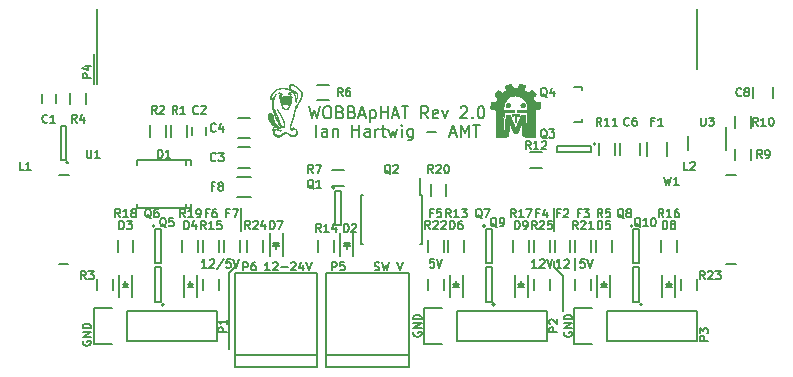
<source format=gto>
G04 #@! TF.FileFunction,Legend,Top*
%FSLAX46Y46*%
G04 Gerber Fmt 4.6, Leading zero omitted, Abs format (unit mm)*
G04 Created by KiCad (PCBNEW 4.0.2-stable) date Sunday, September 24, 2017 'PMt' 11:09:44 PM*
%MOMM*%
G01*
G04 APERTURE LIST*
%ADD10C,0.100000*%
%ADD11C,0.150000*%
%ADD12C,0.200000*%
%ADD13C,0.010000*%
G04 APERTURE END LIST*
D10*
D11*
X18250000Y6750000D02*
X18250000Y250000D01*
X18750000Y7250000D02*
X18250000Y6750000D01*
X19250000Y10250000D02*
X19250000Y12250000D01*
X45750000Y10250000D02*
X45750000Y12250000D01*
D12*
X45750000Y7250000D02*
X45750000Y7750000D01*
D11*
X46500000Y6500000D02*
X45750000Y7250000D01*
X46500000Y3500000D02*
X46500000Y6500000D01*
X25071428Y20822619D02*
X25309523Y19822619D01*
X25500000Y20536905D01*
X25690476Y19822619D01*
X25928571Y20822619D01*
X26499999Y20822619D02*
X26690476Y20822619D01*
X26785714Y20775000D01*
X26880952Y20679762D01*
X26928571Y20489286D01*
X26928571Y20155952D01*
X26880952Y19965476D01*
X26785714Y19870238D01*
X26690476Y19822619D01*
X26499999Y19822619D01*
X26404761Y19870238D01*
X26309523Y19965476D01*
X26261904Y20155952D01*
X26261904Y20489286D01*
X26309523Y20679762D01*
X26404761Y20775000D01*
X26499999Y20822619D01*
X27690476Y20346429D02*
X27833333Y20298810D01*
X27880952Y20251190D01*
X27928571Y20155952D01*
X27928571Y20013095D01*
X27880952Y19917857D01*
X27833333Y19870238D01*
X27738095Y19822619D01*
X27357142Y19822619D01*
X27357142Y20822619D01*
X27690476Y20822619D01*
X27785714Y20775000D01*
X27833333Y20727381D01*
X27880952Y20632143D01*
X27880952Y20536905D01*
X27833333Y20441667D01*
X27785714Y20394048D01*
X27690476Y20346429D01*
X27357142Y20346429D01*
X28690476Y20346429D02*
X28833333Y20298810D01*
X28880952Y20251190D01*
X28928571Y20155952D01*
X28928571Y20013095D01*
X28880952Y19917857D01*
X28833333Y19870238D01*
X28738095Y19822619D01*
X28357142Y19822619D01*
X28357142Y20822619D01*
X28690476Y20822619D01*
X28785714Y20775000D01*
X28833333Y20727381D01*
X28880952Y20632143D01*
X28880952Y20536905D01*
X28833333Y20441667D01*
X28785714Y20394048D01*
X28690476Y20346429D01*
X28357142Y20346429D01*
X29309523Y20108333D02*
X29785714Y20108333D01*
X29214285Y19822619D02*
X29547618Y20822619D01*
X29880952Y19822619D01*
X30214285Y20489286D02*
X30214285Y19489286D01*
X30214285Y20441667D02*
X30309523Y20489286D01*
X30500000Y20489286D01*
X30595238Y20441667D01*
X30642857Y20394048D01*
X30690476Y20298810D01*
X30690476Y20013095D01*
X30642857Y19917857D01*
X30595238Y19870238D01*
X30500000Y19822619D01*
X30309523Y19822619D01*
X30214285Y19870238D01*
X31119047Y19822619D02*
X31119047Y20822619D01*
X31119047Y20346429D02*
X31690476Y20346429D01*
X31690476Y19822619D02*
X31690476Y20822619D01*
X32119047Y20108333D02*
X32595238Y20108333D01*
X32023809Y19822619D02*
X32357142Y20822619D01*
X32690476Y19822619D01*
X32880952Y20822619D02*
X33452381Y20822619D01*
X33166666Y19822619D02*
X33166666Y20822619D01*
X35119048Y19822619D02*
X34785714Y20298810D01*
X34547619Y19822619D02*
X34547619Y20822619D01*
X34928572Y20822619D01*
X35023810Y20775000D01*
X35071429Y20727381D01*
X35119048Y20632143D01*
X35119048Y20489286D01*
X35071429Y20394048D01*
X35023810Y20346429D01*
X34928572Y20298810D01*
X34547619Y20298810D01*
X35928572Y19870238D02*
X35833334Y19822619D01*
X35642857Y19822619D01*
X35547619Y19870238D01*
X35500000Y19965476D01*
X35500000Y20346429D01*
X35547619Y20441667D01*
X35642857Y20489286D01*
X35833334Y20489286D01*
X35928572Y20441667D01*
X35976191Y20346429D01*
X35976191Y20251190D01*
X35500000Y20155952D01*
X36309524Y20489286D02*
X36547619Y19822619D01*
X36785715Y20489286D01*
X37880953Y20727381D02*
X37928572Y20775000D01*
X38023810Y20822619D01*
X38261906Y20822619D01*
X38357144Y20775000D01*
X38404763Y20727381D01*
X38452382Y20632143D01*
X38452382Y20536905D01*
X38404763Y20394048D01*
X37833334Y19822619D01*
X38452382Y19822619D01*
X38880953Y19917857D02*
X38928572Y19870238D01*
X38880953Y19822619D01*
X38833334Y19870238D01*
X38880953Y19917857D01*
X38880953Y19822619D01*
X39547619Y20822619D02*
X39642858Y20822619D01*
X39738096Y20775000D01*
X39785715Y20727381D01*
X39833334Y20632143D01*
X39880953Y20441667D01*
X39880953Y20203571D01*
X39833334Y20013095D01*
X39785715Y19917857D01*
X39738096Y19870238D01*
X39642858Y19822619D01*
X39547619Y19822619D01*
X39452381Y19870238D01*
X39404762Y19917857D01*
X39357143Y20013095D01*
X39309524Y20203571D01*
X39309524Y20441667D01*
X39357143Y20632143D01*
X39404762Y20727381D01*
X39452381Y20775000D01*
X39547619Y20822619D01*
X25666666Y18272619D02*
X25666666Y19272619D01*
X26571428Y18272619D02*
X26571428Y18796429D01*
X26523809Y18891667D01*
X26428571Y18939286D01*
X26238094Y18939286D01*
X26142856Y18891667D01*
X26571428Y18320238D02*
X26476190Y18272619D01*
X26238094Y18272619D01*
X26142856Y18320238D01*
X26095237Y18415476D01*
X26095237Y18510714D01*
X26142856Y18605952D01*
X26238094Y18653571D01*
X26476190Y18653571D01*
X26571428Y18701190D01*
X27047618Y18939286D02*
X27047618Y18272619D01*
X27047618Y18844048D02*
X27095237Y18891667D01*
X27190475Y18939286D01*
X27333333Y18939286D01*
X27428571Y18891667D01*
X27476190Y18796429D01*
X27476190Y18272619D01*
X28714285Y18272619D02*
X28714285Y19272619D01*
X28714285Y18796429D02*
X29285714Y18796429D01*
X29285714Y18272619D02*
X29285714Y19272619D01*
X30190476Y18272619D02*
X30190476Y18796429D01*
X30142857Y18891667D01*
X30047619Y18939286D01*
X29857142Y18939286D01*
X29761904Y18891667D01*
X30190476Y18320238D02*
X30095238Y18272619D01*
X29857142Y18272619D01*
X29761904Y18320238D01*
X29714285Y18415476D01*
X29714285Y18510714D01*
X29761904Y18605952D01*
X29857142Y18653571D01*
X30095238Y18653571D01*
X30190476Y18701190D01*
X30666666Y18272619D02*
X30666666Y18939286D01*
X30666666Y18748810D02*
X30714285Y18844048D01*
X30761904Y18891667D01*
X30857142Y18939286D01*
X30952381Y18939286D01*
X31142857Y18939286D02*
X31523809Y18939286D01*
X31285714Y19272619D02*
X31285714Y18415476D01*
X31333333Y18320238D01*
X31428571Y18272619D01*
X31523809Y18272619D01*
X31761905Y18939286D02*
X31952381Y18272619D01*
X32142858Y18748810D01*
X32333334Y18272619D01*
X32523810Y18939286D01*
X32904762Y18272619D02*
X32904762Y18939286D01*
X32904762Y19272619D02*
X32857143Y19225000D01*
X32904762Y19177381D01*
X32952381Y19225000D01*
X32904762Y19272619D01*
X32904762Y19177381D01*
X33809524Y18939286D02*
X33809524Y18129762D01*
X33761905Y18034524D01*
X33714286Y17986905D01*
X33619047Y17939286D01*
X33476190Y17939286D01*
X33380952Y17986905D01*
X33809524Y18320238D02*
X33714286Y18272619D01*
X33523809Y18272619D01*
X33428571Y18320238D01*
X33380952Y18367857D01*
X33333333Y18463095D01*
X33333333Y18748810D01*
X33380952Y18844048D01*
X33428571Y18891667D01*
X33523809Y18939286D01*
X33714286Y18939286D01*
X33809524Y18891667D01*
X35047619Y18653571D02*
X35809524Y18653571D01*
X37000000Y18558333D02*
X37476191Y18558333D01*
X36904762Y18272619D02*
X37238095Y19272619D01*
X37571429Y18272619D01*
X37904762Y18272619D02*
X37904762Y19272619D01*
X38238096Y18558333D01*
X38571429Y19272619D01*
X38571429Y18272619D01*
X38904762Y19272619D02*
X39476191Y19272619D01*
X39190476Y18272619D02*
X39190476Y19272619D01*
X46399999Y7183333D02*
X45999999Y7183333D01*
X46199999Y7183333D02*
X46199999Y7883333D01*
X46133333Y7783333D01*
X46066666Y7716667D01*
X45999999Y7683333D01*
X46666666Y7816667D02*
X46700000Y7850000D01*
X46766666Y7883333D01*
X46933333Y7883333D01*
X47000000Y7850000D01*
X47033333Y7816667D01*
X47066666Y7750000D01*
X47066666Y7683333D01*
X47033333Y7583333D01*
X46633333Y7183333D01*
X47066666Y7183333D01*
X47533333Y6950000D02*
X47533333Y7950000D01*
X48366667Y7883333D02*
X48033334Y7883333D01*
X48000000Y7550000D01*
X48033334Y7583333D01*
X48100000Y7616667D01*
X48266667Y7616667D01*
X48333334Y7583333D01*
X48366667Y7550000D01*
X48400000Y7483333D01*
X48400000Y7316667D01*
X48366667Y7250000D01*
X48333334Y7216667D01*
X48266667Y7183333D01*
X48100000Y7183333D01*
X48033334Y7216667D01*
X48000000Y7250000D01*
X48600001Y7883333D02*
X48833334Y7183333D01*
X49066667Y7883333D01*
X44316666Y7183333D02*
X43916666Y7183333D01*
X44116666Y7183333D02*
X44116666Y7883333D01*
X44050000Y7783333D01*
X43983333Y7716667D01*
X43916666Y7683333D01*
X44583333Y7816667D02*
X44616667Y7850000D01*
X44683333Y7883333D01*
X44850000Y7883333D01*
X44916667Y7850000D01*
X44950000Y7816667D01*
X44983333Y7750000D01*
X44983333Y7683333D01*
X44950000Y7583333D01*
X44550000Y7183333D01*
X44983333Y7183333D01*
X45183334Y7883333D02*
X45416667Y7183333D01*
X45650000Y7883333D01*
X35616667Y7883333D02*
X35283334Y7883333D01*
X35250000Y7550000D01*
X35283334Y7583333D01*
X35350000Y7616667D01*
X35516667Y7616667D01*
X35583334Y7583333D01*
X35616667Y7550000D01*
X35650000Y7483333D01*
X35650000Y7316667D01*
X35616667Y7250000D01*
X35583334Y7216667D01*
X35516667Y7183333D01*
X35350000Y7183333D01*
X35283334Y7216667D01*
X35250000Y7250000D01*
X35850001Y7883333D02*
X36083334Y7183333D01*
X36316667Y7883333D01*
X16366666Y7183333D02*
X15966666Y7183333D01*
X16166666Y7183333D02*
X16166666Y7883333D01*
X16100000Y7783333D01*
X16033333Y7716667D01*
X15966666Y7683333D01*
X16633333Y7816667D02*
X16666667Y7850000D01*
X16733333Y7883333D01*
X16900000Y7883333D01*
X16966667Y7850000D01*
X17000000Y7816667D01*
X17033333Y7750000D01*
X17033333Y7683333D01*
X17000000Y7583333D01*
X16600000Y7183333D01*
X17033333Y7183333D01*
X17833334Y7916667D02*
X17233334Y7016667D01*
X18400000Y7883333D02*
X18066667Y7883333D01*
X18033333Y7550000D01*
X18066667Y7583333D01*
X18133333Y7616667D01*
X18300000Y7616667D01*
X18366667Y7583333D01*
X18400000Y7550000D01*
X18433333Y7483333D01*
X18433333Y7316667D01*
X18400000Y7250000D01*
X18366667Y7216667D01*
X18300000Y7183333D01*
X18133333Y7183333D01*
X18066667Y7216667D01*
X18033333Y7250000D01*
X18633334Y7883333D02*
X18866667Y7183333D01*
X19100000Y7883333D01*
X5900000Y966667D02*
X5866667Y900001D01*
X5866667Y800001D01*
X5900000Y700001D01*
X5966667Y633334D01*
X6033333Y600001D01*
X6166667Y566667D01*
X6266667Y566667D01*
X6400000Y600001D01*
X6466667Y633334D01*
X6533333Y700001D01*
X6566667Y800001D01*
X6566667Y866667D01*
X6533333Y966667D01*
X6500000Y1000001D01*
X6266667Y1000001D01*
X6266667Y866667D01*
X6566667Y1300001D02*
X5866667Y1300001D01*
X6566667Y1700001D01*
X5866667Y1700001D01*
X6566667Y2033334D02*
X5866667Y2033334D01*
X5866667Y2200000D01*
X5900000Y2300000D01*
X5966667Y2366667D01*
X6033333Y2400000D01*
X6166667Y2433334D01*
X6266667Y2433334D01*
X6400000Y2400000D01*
X6466667Y2366667D01*
X6533333Y2300000D01*
X6566667Y2200000D01*
X6566667Y2033334D01*
X46650000Y1716667D02*
X46616667Y1650001D01*
X46616667Y1550001D01*
X46650000Y1450001D01*
X46716667Y1383334D01*
X46783333Y1350001D01*
X46916667Y1316667D01*
X47016667Y1316667D01*
X47150000Y1350001D01*
X47216667Y1383334D01*
X47283333Y1450001D01*
X47316667Y1550001D01*
X47316667Y1616667D01*
X47283333Y1716667D01*
X47250000Y1750001D01*
X47016667Y1750001D01*
X47016667Y1616667D01*
X47316667Y2050001D02*
X46616667Y2050001D01*
X47316667Y2450001D01*
X46616667Y2450001D01*
X47316667Y2783334D02*
X46616667Y2783334D01*
X46616667Y2950000D01*
X46650000Y3050000D01*
X46716667Y3116667D01*
X46783333Y3150000D01*
X46916667Y3183334D01*
X47016667Y3183334D01*
X47150000Y3150000D01*
X47216667Y3116667D01*
X47283333Y3050000D01*
X47316667Y2950000D01*
X47316667Y2783334D01*
X33900000Y1716667D02*
X33866667Y1650001D01*
X33866667Y1550001D01*
X33900000Y1450001D01*
X33966667Y1383334D01*
X34033333Y1350001D01*
X34166667Y1316667D01*
X34266667Y1316667D01*
X34400000Y1350001D01*
X34466667Y1383334D01*
X34533333Y1450001D01*
X34566667Y1550001D01*
X34566667Y1616667D01*
X34533333Y1716667D01*
X34500000Y1750001D01*
X34266667Y1750001D01*
X34266667Y1616667D01*
X34566667Y2050001D02*
X33866667Y2050001D01*
X34566667Y2450001D01*
X33866667Y2450001D01*
X34566667Y2783334D02*
X33866667Y2783334D01*
X33866667Y2950000D01*
X33900000Y3050000D01*
X33966667Y3116667D01*
X34033333Y3150000D01*
X34166667Y3183334D01*
X34266667Y3183334D01*
X34400000Y3150000D01*
X34466667Y3116667D01*
X34533333Y3050000D01*
X34566667Y2950000D01*
X34566667Y2783334D01*
X30583333Y6966667D02*
X30683333Y6933333D01*
X30850000Y6933333D01*
X30916667Y6966667D01*
X30950000Y7000000D01*
X30983333Y7066667D01*
X30983333Y7133333D01*
X30950000Y7200000D01*
X30916667Y7233333D01*
X30850000Y7266667D01*
X30716667Y7300000D01*
X30650000Y7333333D01*
X30616667Y7366667D01*
X30583333Y7433333D01*
X30583333Y7500000D01*
X30616667Y7566667D01*
X30650000Y7600000D01*
X30716667Y7633333D01*
X30883333Y7633333D01*
X30983333Y7600000D01*
X31216667Y7633333D02*
X31383334Y6933333D01*
X31516667Y7433333D01*
X31650000Y6933333D01*
X31816667Y7633333D01*
X32516667Y7633333D02*
X32750000Y6933333D01*
X32983333Y7633333D01*
X21716666Y6933333D02*
X21316666Y6933333D01*
X21516666Y6933333D02*
X21516666Y7633333D01*
X21450000Y7533333D01*
X21383333Y7466667D01*
X21316666Y7433333D01*
X21983333Y7566667D02*
X22016667Y7600000D01*
X22083333Y7633333D01*
X22250000Y7633333D01*
X22316667Y7600000D01*
X22350000Y7566667D01*
X22383333Y7500000D01*
X22383333Y7433333D01*
X22350000Y7333333D01*
X21950000Y6933333D01*
X22383333Y6933333D01*
X22683334Y7200000D02*
X23216667Y7200000D01*
X23516667Y7566667D02*
X23550001Y7600000D01*
X23616667Y7633333D01*
X23783334Y7633333D01*
X23850001Y7600000D01*
X23883334Y7566667D01*
X23916667Y7500000D01*
X23916667Y7433333D01*
X23883334Y7333333D01*
X23483334Y6933333D01*
X23916667Y6933333D01*
X24516668Y7400000D02*
X24516668Y6933333D01*
X24350001Y7666667D02*
X24183334Y7166667D01*
X24616668Y7166667D01*
X24783335Y7633333D02*
X25016668Y6933333D01*
X25250001Y7633333D01*
X15056320Y16050000D02*
X15056320Y15850200D01*
X14599280Y16000000D02*
X14599280Y15851000D01*
X10453840Y16050000D02*
X10453840Y15901000D01*
X15051240Y12450000D02*
X15051240Y12599000D01*
X14599280Y12450000D02*
X14599280Y12599000D01*
X10448760Y12450000D02*
X10448760Y12599000D01*
X14599280Y16198980D02*
X14599280Y16000860D01*
X14599280Y12251020D02*
X14599280Y12449140D01*
X10453840Y16246440D02*
X10453840Y16048320D01*
X15056320Y16246440D02*
X10453840Y16246440D01*
X15056320Y16246440D02*
X15056320Y16048320D01*
X15051240Y12251020D02*
X15051240Y12449140D01*
X15051240Y12251020D02*
X10448760Y12251020D01*
X10448760Y12251020D02*
X10448760Y12449140D01*
X3851220Y7450160D02*
X4648780Y7450160D01*
X3851220Y15049840D02*
X4699580Y15049840D01*
X57900000Y29040000D02*
X57900000Y23960000D01*
X6820000Y25230000D02*
X6820000Y22690000D01*
X7100000Y29040000D02*
X7100000Y22690000D01*
X26500000Y-250000D02*
X33500000Y-250000D01*
X26500000Y6750000D02*
X26500000Y-1250000D01*
X33480000Y6750000D02*
X26500000Y6750000D01*
X33500000Y-1250000D02*
X33500000Y6750000D01*
X26500000Y-1250000D02*
X33500000Y-1250000D01*
X34575000Y13325000D02*
X34430000Y13325000D01*
X34575000Y9175000D02*
X34430000Y9175000D01*
X29425000Y9175000D02*
X29570000Y9175000D01*
X29425000Y13325000D02*
X29570000Y13325000D01*
X34575000Y13325000D02*
X34575000Y9175000D01*
X29425000Y13325000D02*
X29425000Y9175000D01*
X34430000Y13325000D02*
X34430000Y14725000D01*
X4650000Y16050000D02*
G75*
G03X4650000Y16050000I-100000J0D01*
G01*
X4000000Y16300000D02*
X4500000Y16300000D01*
X4000000Y19200000D02*
X4000000Y16300000D01*
X4500000Y19200000D02*
X4000000Y19200000D01*
X4500000Y16300000D02*
X4500000Y19200000D01*
X18750000Y-250000D02*
X25750000Y-250000D01*
X18750000Y6750000D02*
X18750000Y-1250000D01*
X25730000Y6750000D02*
X18750000Y6750000D01*
X25750000Y-1250000D02*
X25750000Y6750000D01*
X18750000Y-1250000D02*
X25750000Y-1250000D01*
X9640000Y3500000D02*
X17260000Y3500000D01*
X9640000Y960000D02*
X17260000Y960000D01*
X6820000Y680000D02*
X8370000Y680000D01*
X17260000Y3500000D02*
X17260000Y960000D01*
X9640000Y960000D02*
X9640000Y3500000D01*
X8370000Y3780000D02*
X6820000Y3780000D01*
X6820000Y3780000D02*
X6820000Y680000D01*
X49300000Y17650000D02*
G75*
G03X49300000Y17650000I-100000J0D01*
G01*
X48950000Y17000000D02*
X48950000Y17500000D01*
X46050000Y17000000D02*
X48950000Y17000000D01*
X46050000Y17500000D02*
X46050000Y17000000D01*
X48950000Y17500000D02*
X46050000Y17500000D01*
X48150240Y19700840D02*
X48150240Y19749100D01*
X47449200Y22499820D02*
X48150240Y22499820D01*
X48150240Y22499820D02*
X48150240Y22250900D01*
X48150240Y19700840D02*
X48150240Y19500180D01*
X48150240Y19500180D02*
X47449200Y19500180D01*
X57125000Y18325000D02*
X57125000Y17175000D01*
X60375000Y19100000D02*
X60375000Y17175000D01*
X60351220Y7450160D02*
X61148780Y7450160D01*
X60351220Y15049840D02*
X61199580Y15049840D01*
X2400000Y21150000D02*
X2400000Y21850000D01*
X3600000Y21850000D02*
X3600000Y21150000D01*
X15150000Y18400000D02*
X15150000Y19100000D01*
X16350000Y19100000D02*
X16350000Y18400000D01*
X27700000Y10100000D02*
X27700000Y8200000D01*
X28800000Y10100000D02*
X28800000Y8200000D01*
X28250000Y9200000D02*
X28250000Y8750000D01*
X28500000Y9250000D02*
X28000000Y9250000D01*
X28250000Y9250000D02*
X28500000Y9000000D01*
X28500000Y9000000D02*
X28000000Y9000000D01*
X28000000Y9000000D02*
X28250000Y9250000D01*
X10050000Y4650000D02*
X10050000Y6550000D01*
X8950000Y4650000D02*
X8950000Y6550000D01*
X9500000Y5550000D02*
X9500000Y6000000D01*
X9250000Y5500000D02*
X9750000Y5500000D01*
X9500000Y5500000D02*
X9250000Y5750000D01*
X9250000Y5750000D02*
X9750000Y5750000D01*
X9750000Y5750000D02*
X9500000Y5500000D01*
X15550000Y4650000D02*
X15550000Y6550000D01*
X14450000Y4650000D02*
X14450000Y6550000D01*
X15000000Y5550000D02*
X15000000Y6000000D01*
X14750000Y5500000D02*
X15250000Y5500000D01*
X15000000Y5500000D02*
X14750000Y5750000D01*
X14750000Y5750000D02*
X15250000Y5750000D01*
X15250000Y5750000D02*
X15000000Y5500000D01*
X38050000Y4650000D02*
X38050000Y6550000D01*
X36950000Y4650000D02*
X36950000Y6550000D01*
X37500000Y5550000D02*
X37500000Y6000000D01*
X37250000Y5500000D02*
X37750000Y5500000D01*
X37500000Y5500000D02*
X37250000Y5750000D01*
X37250000Y5750000D02*
X37750000Y5750000D01*
X37750000Y5750000D02*
X37500000Y5500000D01*
X21700000Y10100000D02*
X21700000Y8200000D01*
X22800000Y10100000D02*
X22800000Y8200000D01*
X22250000Y9200000D02*
X22250000Y8750000D01*
X22500000Y9250000D02*
X22000000Y9250000D01*
X22250000Y9250000D02*
X22500000Y9000000D01*
X22500000Y9000000D02*
X22000000Y9000000D01*
X22000000Y9000000D02*
X22250000Y9250000D01*
X27200000Y13950000D02*
G75*
G03X27200000Y13950000I-100000J0D01*
G01*
X27750000Y13700000D02*
X27250000Y13700000D01*
X27750000Y10800000D02*
X27750000Y13700000D01*
X27250000Y10800000D02*
X27750000Y10800000D01*
X27250000Y13700000D02*
X27250000Y10800000D01*
X12750000Y4050000D02*
G75*
G03X12750000Y4050000I-100000J0D01*
G01*
X12000000Y4300000D02*
X12500000Y4300000D01*
X12000000Y7200000D02*
X12000000Y4300000D01*
X12500000Y7200000D02*
X12000000Y7200000D01*
X12500000Y4300000D02*
X12500000Y7200000D01*
X11950000Y10700000D02*
G75*
G03X11950000Y10700000I-100000J0D01*
G01*
X12500000Y10450000D02*
X12000000Y10450000D01*
X12500000Y7550000D02*
X12500000Y10450000D01*
X12000000Y7550000D02*
X12500000Y7550000D01*
X12000000Y10450000D02*
X12000000Y7550000D01*
X14675000Y19250000D02*
X14675000Y18250000D01*
X13325000Y18250000D02*
X13325000Y19250000D01*
X11575000Y18250000D02*
X11575000Y19250000D01*
X12925000Y19250000D02*
X12925000Y18250000D01*
X8425000Y6250000D02*
X8425000Y5250000D01*
X7075000Y5250000D02*
X7075000Y6250000D01*
X6175000Y22000000D02*
X6175000Y21000000D01*
X4825000Y21000000D02*
X4825000Y22000000D01*
X49325000Y8500000D02*
X49325000Y9500000D01*
X50675000Y9500000D02*
X50675000Y8500000D01*
X25750000Y22675000D02*
X26750000Y22675000D01*
X26750000Y21325000D02*
X25750000Y21325000D01*
X28000000Y14075000D02*
X27000000Y14075000D01*
X27000000Y15425000D02*
X28000000Y15425000D01*
X62425000Y17250000D02*
X62425000Y16250000D01*
X61075000Y16250000D02*
X61075000Y17250000D01*
X62425000Y20000000D02*
X62425000Y19000000D01*
X61075000Y19000000D02*
X61075000Y20000000D01*
X50925000Y17750000D02*
X50925000Y16750000D01*
X49575000Y16750000D02*
X49575000Y17750000D01*
X43750000Y16925000D02*
X44750000Y16925000D01*
X44750000Y15575000D02*
X43750000Y15575000D01*
X36825000Y8500000D02*
X36825000Y9500000D01*
X38175000Y9500000D02*
X38175000Y8500000D01*
X25825000Y8500000D02*
X25825000Y9500000D01*
X27175000Y9500000D02*
X27175000Y8500000D01*
X17425000Y6250000D02*
X17425000Y5250000D01*
X16075000Y5250000D02*
X16075000Y6250000D01*
X56175000Y9500000D02*
X56175000Y8500000D01*
X54825000Y8500000D02*
X54825000Y9500000D01*
X43675000Y9500000D02*
X43675000Y8500000D01*
X42325000Y8500000D02*
X42325000Y9500000D01*
X8825000Y8500000D02*
X8825000Y9500000D01*
X10175000Y9500000D02*
X10175000Y8500000D01*
X15675000Y9500000D02*
X15675000Y8500000D01*
X14325000Y8500000D02*
X14325000Y9500000D01*
X35325000Y13250000D02*
X35325000Y14250000D01*
X36675000Y14250000D02*
X36675000Y13250000D01*
X48925000Y6250000D02*
X48925000Y5250000D01*
X47575000Y5250000D02*
X47575000Y6250000D01*
X19825000Y8500000D02*
X19825000Y9500000D01*
X21175000Y9500000D02*
X21175000Y8500000D01*
X50550000Y4650000D02*
X50550000Y6550000D01*
X49450000Y4650000D02*
X49450000Y6550000D01*
X50000000Y5550000D02*
X50000000Y6000000D01*
X49750000Y5500000D02*
X50250000Y5500000D01*
X50000000Y5500000D02*
X49750000Y5750000D01*
X49750000Y5750000D02*
X50250000Y5750000D01*
X50250000Y5750000D02*
X50000000Y5500000D01*
X56050000Y4650000D02*
X56050000Y6550000D01*
X54950000Y4650000D02*
X54950000Y6550000D01*
X55500000Y5550000D02*
X55500000Y6000000D01*
X55250000Y5500000D02*
X55750000Y5500000D01*
X55500000Y5500000D02*
X55250000Y5750000D01*
X55250000Y5750000D02*
X55750000Y5750000D01*
X55750000Y5750000D02*
X55500000Y5500000D01*
X43550000Y4650000D02*
X43550000Y6550000D01*
X42450000Y4650000D02*
X42450000Y6550000D01*
X43000000Y5550000D02*
X43000000Y6000000D01*
X42750000Y5500000D02*
X43250000Y5500000D01*
X43000000Y5500000D02*
X42750000Y5750000D01*
X42750000Y5750000D02*
X43250000Y5750000D01*
X43250000Y5750000D02*
X43000000Y5500000D01*
X47175000Y9500000D02*
X47175000Y8500000D01*
X45825000Y8500000D02*
X45825000Y9500000D01*
X48925000Y9500000D02*
X48925000Y8500000D01*
X47575000Y8500000D02*
X47575000Y9500000D01*
X45425000Y9500000D02*
X45425000Y8500000D01*
X44075000Y8500000D02*
X44075000Y9500000D01*
X36425000Y9500000D02*
X36425000Y8500000D01*
X35075000Y8500000D02*
X35075000Y9500000D01*
X17425000Y9500000D02*
X17425000Y8500000D01*
X16075000Y8500000D02*
X16075000Y9500000D01*
X19175000Y9500000D02*
X19175000Y8500000D01*
X17825000Y8500000D02*
X17825000Y9500000D01*
X50280000Y3500000D02*
X57900000Y3500000D01*
X50280000Y960000D02*
X57900000Y960000D01*
X47460000Y680000D02*
X49010000Y680000D01*
X57900000Y3500000D02*
X57900000Y960000D01*
X50280000Y960000D02*
X50280000Y3500000D01*
X49010000Y3780000D02*
X47460000Y3780000D01*
X47460000Y3780000D02*
X47460000Y680000D01*
X37580000Y3500000D02*
X45200000Y3500000D01*
X37580000Y960000D02*
X45200000Y960000D01*
X34760000Y680000D02*
X36310000Y680000D01*
X45200000Y3500000D02*
X45200000Y960000D01*
X37580000Y960000D02*
X37580000Y3500000D01*
X36310000Y3780000D02*
X34760000Y3780000D01*
X34760000Y3780000D02*
X34760000Y680000D01*
X39950000Y10700000D02*
G75*
G03X39950000Y10700000I-100000J0D01*
G01*
X40500000Y10450000D02*
X40000000Y10450000D01*
X40500000Y7550000D02*
X40500000Y10450000D01*
X40000000Y7550000D02*
X40500000Y7550000D01*
X40000000Y10450000D02*
X40000000Y7550000D01*
X52450000Y10700000D02*
G75*
G03X52450000Y10700000I-100000J0D01*
G01*
X53000000Y10450000D02*
X52500000Y10450000D01*
X53000000Y7550000D02*
X53000000Y10450000D01*
X52500000Y7550000D02*
X53000000Y7550000D01*
X52500000Y10450000D02*
X52500000Y7550000D01*
X40750000Y4050000D02*
G75*
G03X40750000Y4050000I-100000J0D01*
G01*
X40000000Y4300000D02*
X40500000Y4300000D01*
X40000000Y7200000D02*
X40000000Y4300000D01*
X40500000Y7200000D02*
X40000000Y7200000D01*
X40500000Y4300000D02*
X40500000Y7200000D01*
X53250000Y4050000D02*
G75*
G03X53250000Y4050000I-100000J0D01*
G01*
X52500000Y4300000D02*
X53000000Y4300000D01*
X52500000Y7200000D02*
X52500000Y4300000D01*
X53000000Y7200000D02*
X52500000Y7200000D01*
X53000000Y4300000D02*
X53000000Y7200000D01*
X36425000Y6250000D02*
X36425000Y5250000D01*
X35075000Y5250000D02*
X35075000Y6250000D01*
X57925000Y6250000D02*
X57925000Y5250000D01*
X56575000Y5250000D02*
X56575000Y6250000D01*
X45425000Y6250000D02*
X45425000Y5250000D01*
X44075000Y5250000D02*
X44075000Y6250000D01*
X20000000Y17350000D02*
X19000000Y17350000D01*
X19000000Y15650000D02*
X20000000Y15650000D01*
X20000000Y19850000D02*
X19000000Y19850000D01*
X19000000Y18150000D02*
X20000000Y18150000D01*
X53100000Y16750000D02*
X53100000Y17750000D01*
X51400000Y17750000D02*
X51400000Y16750000D01*
X62650000Y22500000D02*
X62650000Y21500000D01*
X64350000Y21500000D02*
X64350000Y22500000D01*
X55375000Y17850000D02*
X55375000Y16650000D01*
X53625000Y16650000D02*
X53625000Y17850000D01*
X20100000Y13125000D02*
X18900000Y13125000D01*
X18900000Y14875000D02*
X20100000Y14875000D01*
D13*
G36*
X23597431Y22711393D02*
X23674508Y22680152D01*
X23726335Y22655307D01*
X23871258Y22572946D01*
X24013445Y22472693D01*
X24146880Y22359635D01*
X24265547Y22238857D01*
X24361071Y22118825D01*
X24394370Y22070068D01*
X24414865Y22034702D01*
X24425644Y22004617D01*
X24429796Y21971703D01*
X24430421Y21936723D01*
X24424469Y21862556D01*
X24407383Y21769449D01*
X24380324Y21662208D01*
X24344449Y21545639D01*
X24317710Y21469211D01*
X24283537Y21382732D01*
X24241054Y21285813D01*
X24193018Y21183879D01*
X24142188Y21082354D01*
X24091320Y20986662D01*
X24043172Y20902229D01*
X24000503Y20834479D01*
X23981400Y20807649D01*
X23946274Y20759694D01*
X23921857Y20720364D01*
X23904245Y20680923D01*
X23889537Y20632638D01*
X23873884Y20567018D01*
X23854936Y20486518D01*
X23833473Y20402380D01*
X23808576Y20311517D01*
X23779327Y20210841D01*
X23744806Y20097264D01*
X23704096Y19967700D01*
X23656278Y19819062D01*
X23601368Y19651105D01*
X23566240Y19543785D01*
X23532962Y19441155D01*
X23502684Y19346837D01*
X23476558Y19264452D01*
X23455733Y19197623D01*
X23441362Y19149971D01*
X23435700Y19129737D01*
X23415117Y19049526D01*
X23454762Y19009790D01*
X23481499Y18985235D01*
X23501615Y18977427D01*
X23526519Y18983369D01*
X23537967Y18987933D01*
X23603943Y19014184D01*
X23651755Y19030448D01*
X23687520Y19037934D01*
X23717355Y19037850D01*
X23747377Y19031403D01*
X23751711Y19030131D01*
X23804887Y19002644D01*
X23862323Y18952077D01*
X23921370Y18881178D01*
X23977886Y18795239D01*
X23994075Y18763377D01*
X24003652Y18729912D01*
X24008203Y18686372D01*
X24009316Y18627373D01*
X24008426Y18568860D01*
X24004414Y18528103D01*
X23995269Y18496142D01*
X23978977Y18464020D01*
X23968857Y18447253D01*
X23917103Y18383966D01*
X23862958Y18341354D01*
X23833428Y18323917D01*
X23807682Y18312378D01*
X23779114Y18305521D01*
X23741114Y18302132D01*
X23687075Y18300998D01*
X23642733Y18300895D01*
X23575548Y18301225D01*
X23527931Y18303136D01*
X23492712Y18308003D01*
X23462722Y18317207D01*
X23430793Y18332124D01*
X23402917Y18346993D01*
X23320772Y18402873D01*
X23244353Y18476328D01*
X23192474Y18530547D01*
X23147764Y18564934D01*
X23103817Y18582693D01*
X23054225Y18587025D01*
X23026403Y18585263D01*
X22996781Y18581403D01*
X22972345Y18574038D01*
X22947970Y18559714D01*
X22918529Y18534976D01*
X22878896Y18496370D01*
X22848046Y18465064D01*
X22762641Y18384857D01*
X22683649Y18326579D01*
X22606484Y18287789D01*
X22526559Y18266049D01*
X22461518Y18259443D01*
X22403747Y18259092D01*
X22348033Y18262082D01*
X22309589Y18267224D01*
X22210561Y18299650D01*
X22129854Y18350166D01*
X22068893Y18417117D01*
X22029105Y18498851D01*
X22011916Y18593713D01*
X22011324Y18612989D01*
X22005477Y18672060D01*
X21987159Y18716938D01*
X21980923Y18726321D01*
X21957360Y18777826D01*
X21945489Y18843386D01*
X21945804Y18912776D01*
X21958799Y18975771D01*
X21967824Y18997212D01*
X22003082Y19052759D01*
X22047397Y19092254D01*
X22082451Y19112529D01*
X22120744Y19132087D01*
X22057613Y19169085D01*
X21997088Y19211261D01*
X21928714Y19269735D01*
X21858892Y19338186D01*
X21794026Y19410290D01*
X21740518Y19479724D01*
X21735304Y19487370D01*
X21674304Y19590167D01*
X21625818Y19696385D01*
X21590103Y19802888D01*
X21567412Y19906540D01*
X21558001Y20004204D01*
X21558094Y20006218D01*
X21649048Y20006218D01*
X21651561Y19952079D01*
X21664171Y19902580D01*
X21680029Y19874453D01*
X21703320Y19860387D01*
X21725917Y19869706D01*
X21742276Y19899498D01*
X21744434Y19908253D01*
X21748387Y19954536D01*
X21743590Y20001701D01*
X21737094Y20025813D01*
X21839840Y20025813D01*
X21840566Y20015838D01*
X21850724Y19963994D01*
X21868033Y19929211D01*
X21889060Y19913436D01*
X21910368Y19918617D01*
X21928524Y19946701D01*
X21933694Y19963053D01*
X21937260Y20013509D01*
X21926096Y20065047D01*
X21903191Y20106009D01*
X21894975Y20114084D01*
X21872101Y20121686D01*
X21853768Y20106764D01*
X21842254Y20073434D01*
X21839840Y20025813D01*
X21737094Y20025813D01*
X21732090Y20044386D01*
X21715934Y20077232D01*
X21697169Y20094878D01*
X21677843Y20091963D01*
X21675187Y20089587D01*
X21656850Y20055289D01*
X21649048Y20006218D01*
X21558094Y20006218D01*
X21562125Y20092744D01*
X21580039Y20169024D01*
X21611997Y20229908D01*
X21658255Y20272259D01*
X21670937Y20279045D01*
X21734594Y20295355D01*
X21799342Y20287494D01*
X21850002Y20261763D01*
X21887456Y20222353D01*
X21921545Y20161532D01*
X21952873Y20077810D01*
X21982045Y19969698D01*
X21997604Y19898247D01*
X22028372Y19756801D01*
X22059253Y19638376D01*
X22092091Y19539314D01*
X22128730Y19455957D01*
X22171013Y19384645D01*
X22220784Y19321719D01*
X22279886Y19263521D01*
X22343760Y19211258D01*
X22390201Y19177412D01*
X22438839Y19144635D01*
X22484446Y19116118D01*
X22521791Y19095054D01*
X22545645Y19084634D01*
X22551189Y19084665D01*
X22552765Y19105028D01*
X22541463Y19147096D01*
X22517871Y19209474D01*
X22482575Y19290768D01*
X22436161Y19389583D01*
X22379217Y19504525D01*
X22352598Y19556698D01*
X22267299Y19725347D01*
X22194923Y19874920D01*
X22134081Y20008924D01*
X22083383Y20130868D01*
X22041442Y20244260D01*
X22006867Y20352606D01*
X21978270Y20459415D01*
X21956563Y20556800D01*
X21939128Y20664701D01*
X21927420Y20785037D01*
X21921484Y20911112D01*
X21921366Y21036230D01*
X21927111Y21153696D01*
X21938765Y21256814D01*
X21951387Y21320620D01*
X21952061Y21336874D01*
X21941960Y21351624D01*
X21916664Y21368658D01*
X21871748Y21391769D01*
X21863927Y21395567D01*
X21803661Y21425998D01*
X21764190Y21451173D01*
X21741710Y21476310D01*
X21735690Y21495948D01*
X21790158Y21495948D01*
X21851154Y21496631D01*
X21910647Y21500870D01*
X21955322Y21514853D01*
X21990988Y21542793D01*
X22023455Y21588900D01*
X22050924Y21641483D01*
X22081786Y21700206D01*
X22117392Y21760243D01*
X22154207Y21816423D01*
X22188695Y21863578D01*
X22217318Y21896536D01*
X22234230Y21909463D01*
X22253395Y21910522D01*
X22256309Y21895243D01*
X22243217Y21868326D01*
X22231271Y21852595D01*
X22166083Y21760133D01*
X22106861Y21646673D01*
X22055822Y21517690D01*
X22015184Y21378661D01*
X21990800Y21258691D01*
X21979874Y21166564D01*
X21973390Y21058084D01*
X21971345Y20941908D01*
X21973738Y20826695D01*
X21980566Y20721102D01*
X21990954Y20638778D01*
X22013601Y20521873D01*
X22041773Y20406172D01*
X22076755Y20288178D01*
X22119832Y20164395D01*
X22172289Y20031327D01*
X22235410Y19885479D01*
X22310481Y19723355D01*
X22380990Y19577579D01*
X22436069Y19465118D01*
X22480342Y19373748D01*
X22514975Y19300651D01*
X22541131Y19243010D01*
X22559977Y19198008D01*
X22572677Y19162828D01*
X22580394Y19134653D01*
X22584295Y19110666D01*
X22585544Y19088049D01*
X22585579Y19082748D01*
X22576926Y19026050D01*
X22551876Y18989650D01*
X22511787Y18973857D01*
X22458019Y18978982D01*
X22391933Y19005335D01*
X22350552Y19029164D01*
X22265743Y19073120D01*
X22189554Y19092829D01*
X22122805Y19088389D01*
X22066316Y19059898D01*
X22020907Y19007455D01*
X22010321Y18988554D01*
X21989418Y18938425D01*
X21986571Y18899772D01*
X22001838Y18864301D01*
X22011280Y18851346D01*
X22038560Y18816665D01*
X22090622Y18868728D01*
X22151140Y18914480D01*
X22219750Y18942313D01*
X22271421Y18948895D01*
X22310502Y18940408D01*
X22364761Y18917092D01*
X22429001Y18881430D01*
X22476633Y18850786D01*
X22522230Y18821238D01*
X22553605Y18806732D01*
X22577903Y18806242D01*
X22602270Y18818740D01*
X22617901Y18830472D01*
X22643717Y18847592D01*
X22659768Y18852411D01*
X22660736Y18851826D01*
X22660970Y18835358D01*
X22645264Y18811599D01*
X22619907Y18788120D01*
X22596468Y18774447D01*
X22571469Y18767353D01*
X22546613Y18770754D01*
X22512568Y18786656D01*
X22495834Y18796075D01*
X22422475Y18837999D01*
X22368190Y18868164D01*
X22329061Y18888453D01*
X22301166Y18900746D01*
X22280586Y18906925D01*
X22263399Y18908872D01*
X22260731Y18908916D01*
X22200520Y18896726D01*
X22146540Y18862072D01*
X22101854Y18809041D01*
X22069524Y18741717D01*
X22052611Y18664186D01*
X22050842Y18628927D01*
X22054219Y18584863D01*
X22067480Y18554811D01*
X22087605Y18533333D01*
X22128165Y18498208D01*
X22162782Y18473578D01*
X22202395Y18452560D01*
X22247685Y18432595D01*
X22289238Y18416521D01*
X22325812Y18407437D01*
X22366865Y18404087D01*
X22421858Y18405217D01*
X22445211Y18406388D01*
X22508544Y18411957D01*
X22570068Y18420993D01*
X22618835Y18431796D01*
X22628603Y18434867D01*
X22676585Y18458677D01*
X22734467Y18498592D01*
X22785535Y18541015D01*
X22852378Y18595289D01*
X22912982Y18630149D01*
X22975201Y18648901D01*
X23046891Y18654851D01*
X23056051Y18654864D01*
X23125252Y18644677D01*
X23196213Y18613664D01*
X23272606Y18560083D01*
X23294105Y18541985D01*
X23368374Y18484856D01*
X23439890Y18447570D01*
X23518065Y18426162D01*
X23588285Y18418031D01*
X23688334Y18419697D01*
X23782605Y18437353D01*
X23864845Y18469250D01*
X23928303Y18513167D01*
X23959179Y18546937D01*
X23973108Y18578256D01*
X23975895Y18610863D01*
X23966121Y18695103D01*
X23938920Y18771244D01*
X23897469Y18836024D01*
X23844945Y18886185D01*
X23784528Y18918467D01*
X23719395Y18929609D01*
X23671763Y18922825D01*
X23622482Y18904520D01*
X23590552Y18883419D01*
X23579736Y18862396D01*
X23582266Y18854487D01*
X23581399Y18843835D01*
X23562575Y18843415D01*
X23531760Y18851513D01*
X23494915Y18866415D01*
X23458006Y18886408D01*
X23447842Y18893121D01*
X23415054Y18918577D01*
X23398556Y18942792D01*
X23391881Y18977437D01*
X23391698Y18980036D01*
X23419424Y18980036D01*
X23422966Y18969288D01*
X23438735Y18948573D01*
X23467900Y18923307D01*
X23477588Y18916388D01*
X23524017Y18884839D01*
X23583941Y18927077D01*
X23625058Y18952693D01*
X23662509Y18965354D01*
X23709946Y18969229D01*
X23722317Y18969316D01*
X23767531Y18971818D01*
X23786822Y18978115D01*
X23780411Y18986388D01*
X23748517Y18994822D01*
X23718728Y18999037D01*
X23661673Y18998094D01*
X23606917Y18978712D01*
X23604467Y18977473D01*
X23537690Y18953273D01*
X23480578Y18953567D01*
X23444308Y18969951D01*
X23423717Y18983148D01*
X23419424Y18980036D01*
X23391698Y18980036D01*
X23390526Y18996604D01*
X23390423Y19026238D01*
X23393691Y19061737D01*
X23400923Y19105353D01*
X23412714Y19159343D01*
X23429656Y19225959D01*
X23452342Y19307457D01*
X23481366Y19406090D01*
X23517321Y19524113D01*
X23560799Y19663781D01*
X23593054Y19766219D01*
X23656280Y19968132D01*
X23710968Y20146779D01*
X23757616Y20304057D01*
X23796726Y20441866D01*
X23828796Y20562101D01*
X23854326Y20666661D01*
X23873817Y20757443D01*
X23887766Y20836344D01*
X23896675Y20905262D01*
X23898644Y20926760D01*
X23905726Y20958434D01*
X23917589Y20976537D01*
X23929277Y20977687D01*
X23935831Y20958505D01*
X23936087Y20952298D01*
X23936384Y20921105D01*
X23962347Y20954526D01*
X23987582Y20990655D01*
X24022235Y21045316D01*
X24063327Y21113350D01*
X24107879Y21189602D01*
X24152911Y21268914D01*
X24195444Y21346128D01*
X24232500Y21416088D01*
X24255794Y21462526D01*
X24294073Y21549928D01*
X24328514Y21644093D01*
X24357140Y21738212D01*
X24377977Y21825476D01*
X24389047Y21899075D01*
X24390316Y21926115D01*
X24386829Y21969532D01*
X24374559Y22011207D01*
X24350788Y22056569D01*
X24312802Y22111047D01*
X24271705Y22163177D01*
X24206678Y22236651D01*
X24131538Y22310649D01*
X24049282Y22383174D01*
X23962907Y22452228D01*
X23875412Y22515814D01*
X23789793Y22571934D01*
X23709048Y22618591D01*
X23636175Y22653788D01*
X23574170Y22675527D01*
X23526033Y22681811D01*
X23502201Y22675949D01*
X23458923Y22639284D01*
X23423298Y22583175D01*
X23398542Y22514545D01*
X23387871Y22440316D01*
X23387684Y22429439D01*
X23388241Y22408084D01*
X23391634Y22389732D01*
X23400448Y22372203D01*
X23417269Y22353318D01*
X23444681Y22330898D01*
X23485270Y22302764D01*
X23541620Y22266737D01*
X23616318Y22220636D01*
X23685348Y22178498D01*
X23758047Y22133504D01*
X23830241Y22087627D01*
X23895585Y22044983D01*
X23947734Y22009685D01*
X23968192Y21995113D01*
X24056105Y21930558D01*
X24055816Y21840253D01*
X24049434Y21751408D01*
X24032153Y21648792D01*
X24006015Y21542030D01*
X23973060Y21440747D01*
X23968623Y21429105D01*
X23949217Y21372356D01*
X23933820Y21315020D01*
X23926024Y21271358D01*
X23919455Y21228063D01*
X23911314Y21209891D01*
X23902424Y21215335D01*
X23893603Y21242886D01*
X23885674Y21291039D01*
X23879567Y21356658D01*
X23855881Y21531588D01*
X23810015Y21693271D01*
X23742955Y21840470D01*
X23655686Y21971950D01*
X23549194Y22086474D01*
X23525960Y22104419D01*
X23614888Y22104419D01*
X23678763Y22025151D01*
X23760379Y21904591D01*
X23826605Y21766546D01*
X23875109Y21616861D01*
X23903521Y21461735D01*
X23908921Y21422206D01*
X23914858Y21401416D01*
X23922373Y21400775D01*
X23932508Y21421692D01*
X23946305Y21465575D01*
X23964806Y21533833D01*
X23969152Y21550492D01*
X23990597Y21642740D01*
X24005371Y21727008D01*
X24013090Y21799249D01*
X24013375Y21855417D01*
X24005845Y21891468D01*
X24001888Y21897896D01*
X23984050Y21911234D01*
X23946820Y21933621D01*
X23894861Y21962429D01*
X23832834Y21995032D01*
X23799401Y22011987D01*
X23614888Y22104419D01*
X23525960Y22104419D01*
X23424464Y22182807D01*
X23282482Y22259712D01*
X23124233Y22315955D01*
X23112003Y22319236D01*
X23020987Y22337585D01*
X22916287Y22349758D01*
X22806725Y22355422D01*
X22701123Y22354243D01*
X22608300Y22345887D01*
X22572681Y22339618D01*
X22462957Y22307353D01*
X22347536Y22257707D01*
X22236150Y22195139D01*
X22191455Y22165041D01*
X22100547Y22091142D01*
X22016116Y22005331D01*
X21941041Y21911938D01*
X21878199Y21815298D01*
X21830466Y21719741D01*
X21800720Y21629601D01*
X21791777Y21563182D01*
X21790158Y21495948D01*
X21735690Y21495948D01*
X21732415Y21506627D01*
X21732501Y21547343D01*
X21734813Y21572650D01*
X21748980Y21640864D01*
X21776869Y21721387D01*
X21814971Y21806085D01*
X21859779Y21886821D01*
X21889582Y21931587D01*
X21995774Y22058673D01*
X22117972Y22169703D01*
X22252220Y22261891D01*
X22394561Y22332450D01*
X22515801Y22372538D01*
X22627904Y22392184D01*
X22755761Y22399506D01*
X22891715Y22395084D01*
X23028104Y22379501D01*
X23157269Y22353339D01*
X23271550Y22317181D01*
X23278014Y22314606D01*
X23360646Y22281230D01*
X23350770Y22316378D01*
X23345886Y22347669D01*
X23342778Y22395082D01*
X23342114Y22445105D01*
X23346186Y22509985D01*
X23358339Y22561684D01*
X23377433Y22605526D01*
X23411350Y22663350D01*
X23446718Y22702336D01*
X23487127Y22722997D01*
X23536167Y22725845D01*
X23597431Y22711393D01*
X23597431Y22711393D01*
G37*
X23597431Y22711393D02*
X23674508Y22680152D01*
X23726335Y22655307D01*
X23871258Y22572946D01*
X24013445Y22472693D01*
X24146880Y22359635D01*
X24265547Y22238857D01*
X24361071Y22118825D01*
X24394370Y22070068D01*
X24414865Y22034702D01*
X24425644Y22004617D01*
X24429796Y21971703D01*
X24430421Y21936723D01*
X24424469Y21862556D01*
X24407383Y21769449D01*
X24380324Y21662208D01*
X24344449Y21545639D01*
X24317710Y21469211D01*
X24283537Y21382732D01*
X24241054Y21285813D01*
X24193018Y21183879D01*
X24142188Y21082354D01*
X24091320Y20986662D01*
X24043172Y20902229D01*
X24000503Y20834479D01*
X23981400Y20807649D01*
X23946274Y20759694D01*
X23921857Y20720364D01*
X23904245Y20680923D01*
X23889537Y20632638D01*
X23873884Y20567018D01*
X23854936Y20486518D01*
X23833473Y20402380D01*
X23808576Y20311517D01*
X23779327Y20210841D01*
X23744806Y20097264D01*
X23704096Y19967700D01*
X23656278Y19819062D01*
X23601368Y19651105D01*
X23566240Y19543785D01*
X23532962Y19441155D01*
X23502684Y19346837D01*
X23476558Y19264452D01*
X23455733Y19197623D01*
X23441362Y19149971D01*
X23435700Y19129737D01*
X23415117Y19049526D01*
X23454762Y19009790D01*
X23481499Y18985235D01*
X23501615Y18977427D01*
X23526519Y18983369D01*
X23537967Y18987933D01*
X23603943Y19014184D01*
X23651755Y19030448D01*
X23687520Y19037934D01*
X23717355Y19037850D01*
X23747377Y19031403D01*
X23751711Y19030131D01*
X23804887Y19002644D01*
X23862323Y18952077D01*
X23921370Y18881178D01*
X23977886Y18795239D01*
X23994075Y18763377D01*
X24003652Y18729912D01*
X24008203Y18686372D01*
X24009316Y18627373D01*
X24008426Y18568860D01*
X24004414Y18528103D01*
X23995269Y18496142D01*
X23978977Y18464020D01*
X23968857Y18447253D01*
X23917103Y18383966D01*
X23862958Y18341354D01*
X23833428Y18323917D01*
X23807682Y18312378D01*
X23779114Y18305521D01*
X23741114Y18302132D01*
X23687075Y18300998D01*
X23642733Y18300895D01*
X23575548Y18301225D01*
X23527931Y18303136D01*
X23492712Y18308003D01*
X23462722Y18317207D01*
X23430793Y18332124D01*
X23402917Y18346993D01*
X23320772Y18402873D01*
X23244353Y18476328D01*
X23192474Y18530547D01*
X23147764Y18564934D01*
X23103817Y18582693D01*
X23054225Y18587025D01*
X23026403Y18585263D01*
X22996781Y18581403D01*
X22972345Y18574038D01*
X22947970Y18559714D01*
X22918529Y18534976D01*
X22878896Y18496370D01*
X22848046Y18465064D01*
X22762641Y18384857D01*
X22683649Y18326579D01*
X22606484Y18287789D01*
X22526559Y18266049D01*
X22461518Y18259443D01*
X22403747Y18259092D01*
X22348033Y18262082D01*
X22309589Y18267224D01*
X22210561Y18299650D01*
X22129854Y18350166D01*
X22068893Y18417117D01*
X22029105Y18498851D01*
X22011916Y18593713D01*
X22011324Y18612989D01*
X22005477Y18672060D01*
X21987159Y18716938D01*
X21980923Y18726321D01*
X21957360Y18777826D01*
X21945489Y18843386D01*
X21945804Y18912776D01*
X21958799Y18975771D01*
X21967824Y18997212D01*
X22003082Y19052759D01*
X22047397Y19092254D01*
X22082451Y19112529D01*
X22120744Y19132087D01*
X22057613Y19169085D01*
X21997088Y19211261D01*
X21928714Y19269735D01*
X21858892Y19338186D01*
X21794026Y19410290D01*
X21740518Y19479724D01*
X21735304Y19487370D01*
X21674304Y19590167D01*
X21625818Y19696385D01*
X21590103Y19802888D01*
X21567412Y19906540D01*
X21558001Y20004204D01*
X21558094Y20006218D01*
X21649048Y20006218D01*
X21651561Y19952079D01*
X21664171Y19902580D01*
X21680029Y19874453D01*
X21703320Y19860387D01*
X21725917Y19869706D01*
X21742276Y19899498D01*
X21744434Y19908253D01*
X21748387Y19954536D01*
X21743590Y20001701D01*
X21737094Y20025813D01*
X21839840Y20025813D01*
X21840566Y20015838D01*
X21850724Y19963994D01*
X21868033Y19929211D01*
X21889060Y19913436D01*
X21910368Y19918617D01*
X21928524Y19946701D01*
X21933694Y19963053D01*
X21937260Y20013509D01*
X21926096Y20065047D01*
X21903191Y20106009D01*
X21894975Y20114084D01*
X21872101Y20121686D01*
X21853768Y20106764D01*
X21842254Y20073434D01*
X21839840Y20025813D01*
X21737094Y20025813D01*
X21732090Y20044386D01*
X21715934Y20077232D01*
X21697169Y20094878D01*
X21677843Y20091963D01*
X21675187Y20089587D01*
X21656850Y20055289D01*
X21649048Y20006218D01*
X21558094Y20006218D01*
X21562125Y20092744D01*
X21580039Y20169024D01*
X21611997Y20229908D01*
X21658255Y20272259D01*
X21670937Y20279045D01*
X21734594Y20295355D01*
X21799342Y20287494D01*
X21850002Y20261763D01*
X21887456Y20222353D01*
X21921545Y20161532D01*
X21952873Y20077810D01*
X21982045Y19969698D01*
X21997604Y19898247D01*
X22028372Y19756801D01*
X22059253Y19638376D01*
X22092091Y19539314D01*
X22128730Y19455957D01*
X22171013Y19384645D01*
X22220784Y19321719D01*
X22279886Y19263521D01*
X22343760Y19211258D01*
X22390201Y19177412D01*
X22438839Y19144635D01*
X22484446Y19116118D01*
X22521791Y19095054D01*
X22545645Y19084634D01*
X22551189Y19084665D01*
X22552765Y19105028D01*
X22541463Y19147096D01*
X22517871Y19209474D01*
X22482575Y19290768D01*
X22436161Y19389583D01*
X22379217Y19504525D01*
X22352598Y19556698D01*
X22267299Y19725347D01*
X22194923Y19874920D01*
X22134081Y20008924D01*
X22083383Y20130868D01*
X22041442Y20244260D01*
X22006867Y20352606D01*
X21978270Y20459415D01*
X21956563Y20556800D01*
X21939128Y20664701D01*
X21927420Y20785037D01*
X21921484Y20911112D01*
X21921366Y21036230D01*
X21927111Y21153696D01*
X21938765Y21256814D01*
X21951387Y21320620D01*
X21952061Y21336874D01*
X21941960Y21351624D01*
X21916664Y21368658D01*
X21871748Y21391769D01*
X21863927Y21395567D01*
X21803661Y21425998D01*
X21764190Y21451173D01*
X21741710Y21476310D01*
X21735690Y21495948D01*
X21790158Y21495948D01*
X21851154Y21496631D01*
X21910647Y21500870D01*
X21955322Y21514853D01*
X21990988Y21542793D01*
X22023455Y21588900D01*
X22050924Y21641483D01*
X22081786Y21700206D01*
X22117392Y21760243D01*
X22154207Y21816423D01*
X22188695Y21863578D01*
X22217318Y21896536D01*
X22234230Y21909463D01*
X22253395Y21910522D01*
X22256309Y21895243D01*
X22243217Y21868326D01*
X22231271Y21852595D01*
X22166083Y21760133D01*
X22106861Y21646673D01*
X22055822Y21517690D01*
X22015184Y21378661D01*
X21990800Y21258691D01*
X21979874Y21166564D01*
X21973390Y21058084D01*
X21971345Y20941908D01*
X21973738Y20826695D01*
X21980566Y20721102D01*
X21990954Y20638778D01*
X22013601Y20521873D01*
X22041773Y20406172D01*
X22076755Y20288178D01*
X22119832Y20164395D01*
X22172289Y20031327D01*
X22235410Y19885479D01*
X22310481Y19723355D01*
X22380990Y19577579D01*
X22436069Y19465118D01*
X22480342Y19373748D01*
X22514975Y19300651D01*
X22541131Y19243010D01*
X22559977Y19198008D01*
X22572677Y19162828D01*
X22580394Y19134653D01*
X22584295Y19110666D01*
X22585544Y19088049D01*
X22585579Y19082748D01*
X22576926Y19026050D01*
X22551876Y18989650D01*
X22511787Y18973857D01*
X22458019Y18978982D01*
X22391933Y19005335D01*
X22350552Y19029164D01*
X22265743Y19073120D01*
X22189554Y19092829D01*
X22122805Y19088389D01*
X22066316Y19059898D01*
X22020907Y19007455D01*
X22010321Y18988554D01*
X21989418Y18938425D01*
X21986571Y18899772D01*
X22001838Y18864301D01*
X22011280Y18851346D01*
X22038560Y18816665D01*
X22090622Y18868728D01*
X22151140Y18914480D01*
X22219750Y18942313D01*
X22271421Y18948895D01*
X22310502Y18940408D01*
X22364761Y18917092D01*
X22429001Y18881430D01*
X22476633Y18850786D01*
X22522230Y18821238D01*
X22553605Y18806732D01*
X22577903Y18806242D01*
X22602270Y18818740D01*
X22617901Y18830472D01*
X22643717Y18847592D01*
X22659768Y18852411D01*
X22660736Y18851826D01*
X22660970Y18835358D01*
X22645264Y18811599D01*
X22619907Y18788120D01*
X22596468Y18774447D01*
X22571469Y18767353D01*
X22546613Y18770754D01*
X22512568Y18786656D01*
X22495834Y18796075D01*
X22422475Y18837999D01*
X22368190Y18868164D01*
X22329061Y18888453D01*
X22301166Y18900746D01*
X22280586Y18906925D01*
X22263399Y18908872D01*
X22260731Y18908916D01*
X22200520Y18896726D01*
X22146540Y18862072D01*
X22101854Y18809041D01*
X22069524Y18741717D01*
X22052611Y18664186D01*
X22050842Y18628927D01*
X22054219Y18584863D01*
X22067480Y18554811D01*
X22087605Y18533333D01*
X22128165Y18498208D01*
X22162782Y18473578D01*
X22202395Y18452560D01*
X22247685Y18432595D01*
X22289238Y18416521D01*
X22325812Y18407437D01*
X22366865Y18404087D01*
X22421858Y18405217D01*
X22445211Y18406388D01*
X22508544Y18411957D01*
X22570068Y18420993D01*
X22618835Y18431796D01*
X22628603Y18434867D01*
X22676585Y18458677D01*
X22734467Y18498592D01*
X22785535Y18541015D01*
X22852378Y18595289D01*
X22912982Y18630149D01*
X22975201Y18648901D01*
X23046891Y18654851D01*
X23056051Y18654864D01*
X23125252Y18644677D01*
X23196213Y18613664D01*
X23272606Y18560083D01*
X23294105Y18541985D01*
X23368374Y18484856D01*
X23439890Y18447570D01*
X23518065Y18426162D01*
X23588285Y18418031D01*
X23688334Y18419697D01*
X23782605Y18437353D01*
X23864845Y18469250D01*
X23928303Y18513167D01*
X23959179Y18546937D01*
X23973108Y18578256D01*
X23975895Y18610863D01*
X23966121Y18695103D01*
X23938920Y18771244D01*
X23897469Y18836024D01*
X23844945Y18886185D01*
X23784528Y18918467D01*
X23719395Y18929609D01*
X23671763Y18922825D01*
X23622482Y18904520D01*
X23590552Y18883419D01*
X23579736Y18862396D01*
X23582266Y18854487D01*
X23581399Y18843835D01*
X23562575Y18843415D01*
X23531760Y18851513D01*
X23494915Y18866415D01*
X23458006Y18886408D01*
X23447842Y18893121D01*
X23415054Y18918577D01*
X23398556Y18942792D01*
X23391881Y18977437D01*
X23391698Y18980036D01*
X23419424Y18980036D01*
X23422966Y18969288D01*
X23438735Y18948573D01*
X23467900Y18923307D01*
X23477588Y18916388D01*
X23524017Y18884839D01*
X23583941Y18927077D01*
X23625058Y18952693D01*
X23662509Y18965354D01*
X23709946Y18969229D01*
X23722317Y18969316D01*
X23767531Y18971818D01*
X23786822Y18978115D01*
X23780411Y18986388D01*
X23748517Y18994822D01*
X23718728Y18999037D01*
X23661673Y18998094D01*
X23606917Y18978712D01*
X23604467Y18977473D01*
X23537690Y18953273D01*
X23480578Y18953567D01*
X23444308Y18969951D01*
X23423717Y18983148D01*
X23419424Y18980036D01*
X23391698Y18980036D01*
X23390526Y18996604D01*
X23390423Y19026238D01*
X23393691Y19061737D01*
X23400923Y19105353D01*
X23412714Y19159343D01*
X23429656Y19225959D01*
X23452342Y19307457D01*
X23481366Y19406090D01*
X23517321Y19524113D01*
X23560799Y19663781D01*
X23593054Y19766219D01*
X23656280Y19968132D01*
X23710968Y20146779D01*
X23757616Y20304057D01*
X23796726Y20441866D01*
X23828796Y20562101D01*
X23854326Y20666661D01*
X23873817Y20757443D01*
X23887766Y20836344D01*
X23896675Y20905262D01*
X23898644Y20926760D01*
X23905726Y20958434D01*
X23917589Y20976537D01*
X23929277Y20977687D01*
X23935831Y20958505D01*
X23936087Y20952298D01*
X23936384Y20921105D01*
X23962347Y20954526D01*
X23987582Y20990655D01*
X24022235Y21045316D01*
X24063327Y21113350D01*
X24107879Y21189602D01*
X24152911Y21268914D01*
X24195444Y21346128D01*
X24232500Y21416088D01*
X24255794Y21462526D01*
X24294073Y21549928D01*
X24328514Y21644093D01*
X24357140Y21738212D01*
X24377977Y21825476D01*
X24389047Y21899075D01*
X24390316Y21926115D01*
X24386829Y21969532D01*
X24374559Y22011207D01*
X24350788Y22056569D01*
X24312802Y22111047D01*
X24271705Y22163177D01*
X24206678Y22236651D01*
X24131538Y22310649D01*
X24049282Y22383174D01*
X23962907Y22452228D01*
X23875412Y22515814D01*
X23789793Y22571934D01*
X23709048Y22618591D01*
X23636175Y22653788D01*
X23574170Y22675527D01*
X23526033Y22681811D01*
X23502201Y22675949D01*
X23458923Y22639284D01*
X23423298Y22583175D01*
X23398542Y22514545D01*
X23387871Y22440316D01*
X23387684Y22429439D01*
X23388241Y22408084D01*
X23391634Y22389732D01*
X23400448Y22372203D01*
X23417269Y22353318D01*
X23444681Y22330898D01*
X23485270Y22302764D01*
X23541620Y22266737D01*
X23616318Y22220636D01*
X23685348Y22178498D01*
X23758047Y22133504D01*
X23830241Y22087627D01*
X23895585Y22044983D01*
X23947734Y22009685D01*
X23968192Y21995113D01*
X24056105Y21930558D01*
X24055816Y21840253D01*
X24049434Y21751408D01*
X24032153Y21648792D01*
X24006015Y21542030D01*
X23973060Y21440747D01*
X23968623Y21429105D01*
X23949217Y21372356D01*
X23933820Y21315020D01*
X23926024Y21271358D01*
X23919455Y21228063D01*
X23911314Y21209891D01*
X23902424Y21215335D01*
X23893603Y21242886D01*
X23885674Y21291039D01*
X23879567Y21356658D01*
X23855881Y21531588D01*
X23810015Y21693271D01*
X23742955Y21840470D01*
X23655686Y21971950D01*
X23549194Y22086474D01*
X23525960Y22104419D01*
X23614888Y22104419D01*
X23678763Y22025151D01*
X23760379Y21904591D01*
X23826605Y21766546D01*
X23875109Y21616861D01*
X23903521Y21461735D01*
X23908921Y21422206D01*
X23914858Y21401416D01*
X23922373Y21400775D01*
X23932508Y21421692D01*
X23946305Y21465575D01*
X23964806Y21533833D01*
X23969152Y21550492D01*
X23990597Y21642740D01*
X24005371Y21727008D01*
X24013090Y21799249D01*
X24013375Y21855417D01*
X24005845Y21891468D01*
X24001888Y21897896D01*
X23984050Y21911234D01*
X23946820Y21933621D01*
X23894861Y21962429D01*
X23832834Y21995032D01*
X23799401Y22011987D01*
X23614888Y22104419D01*
X23525960Y22104419D01*
X23424464Y22182807D01*
X23282482Y22259712D01*
X23124233Y22315955D01*
X23112003Y22319236D01*
X23020987Y22337585D01*
X22916287Y22349758D01*
X22806725Y22355422D01*
X22701123Y22354243D01*
X22608300Y22345887D01*
X22572681Y22339618D01*
X22462957Y22307353D01*
X22347536Y22257707D01*
X22236150Y22195139D01*
X22191455Y22165041D01*
X22100547Y22091142D01*
X22016116Y22005331D01*
X21941041Y21911938D01*
X21878199Y21815298D01*
X21830466Y21719741D01*
X21800720Y21629601D01*
X21791777Y21563182D01*
X21790158Y21495948D01*
X21735690Y21495948D01*
X21732415Y21506627D01*
X21732501Y21547343D01*
X21734813Y21572650D01*
X21748980Y21640864D01*
X21776869Y21721387D01*
X21814971Y21806085D01*
X21859779Y21886821D01*
X21889582Y21931587D01*
X21995774Y22058673D01*
X22117972Y22169703D01*
X22252220Y22261891D01*
X22394561Y22332450D01*
X22515801Y22372538D01*
X22627904Y22392184D01*
X22755761Y22399506D01*
X22891715Y22395084D01*
X23028104Y22379501D01*
X23157269Y22353339D01*
X23271550Y22317181D01*
X23278014Y22314606D01*
X23360646Y22281230D01*
X23350770Y22316378D01*
X23345886Y22347669D01*
X23342778Y22395082D01*
X23342114Y22445105D01*
X23346186Y22509985D01*
X23358339Y22561684D01*
X23377433Y22605526D01*
X23411350Y22663350D01*
X23446718Y22702336D01*
X23487127Y22722997D01*
X23536167Y22725845D01*
X23597431Y22711393D01*
G36*
X22333464Y20556848D02*
X22362159Y20529848D01*
X22398935Y20490316D01*
X22439871Y20442726D01*
X22481049Y20391553D01*
X22518549Y20341272D01*
X22534053Y20318824D01*
X22623227Y20175184D01*
X22708148Y20018794D01*
X22785502Y19856796D01*
X22851973Y19696335D01*
X22904247Y19544552D01*
X22921464Y19484000D01*
X22939253Y19400720D01*
X22949829Y19316865D01*
X22953069Y19238334D01*
X22948845Y19171026D01*
X22937033Y19120840D01*
X22929508Y19105867D01*
X22912952Y19084984D01*
X22892666Y19074147D01*
X22859906Y19070216D01*
X22829244Y19069873D01*
X22763867Y19076023D01*
X22705389Y19091877D01*
X22697659Y19095154D01*
X22670834Y19108587D01*
X22647015Y19124391D01*
X22625015Y19144953D01*
X22603646Y19172662D01*
X22581722Y19209906D01*
X22558057Y19259074D01*
X22531462Y19322553D01*
X22500753Y19402731D01*
X22464740Y19501998D01*
X22422239Y19622740D01*
X22391474Y19711263D01*
X22341753Y19852650D01*
X22296680Y19975773D01*
X22253353Y20088015D01*
X22208867Y20196760D01*
X22160320Y20309393D01*
X22126029Y20386369D01*
X22099960Y20450391D01*
X22083468Y20503924D01*
X22077340Y20543154D01*
X22082362Y20564265D01*
X22088831Y20566842D01*
X22099315Y20555320D01*
X22111869Y20526518D01*
X22115725Y20514635D01*
X22127065Y20484566D01*
X22147976Y20436210D01*
X22175941Y20375129D01*
X22208442Y20306884D01*
X22226176Y20270662D01*
X22274435Y20171084D01*
X22317176Y20078031D01*
X22356867Y19985464D01*
X22395974Y19887342D01*
X22436963Y19777624D01*
X22482303Y19650271D01*
X22498303Y19604316D01*
X22535071Y19499249D01*
X22565324Y19416343D01*
X22590906Y19352363D01*
X22613661Y19304074D01*
X22635432Y19268241D01*
X22658063Y19241629D01*
X22683398Y19221001D01*
X22713281Y19203124D01*
X22732632Y19193137D01*
X22782605Y19169943D01*
X22829429Y19151321D01*
X22862332Y19141463D01*
X22892560Y19138478D01*
X22907240Y19148927D01*
X22914449Y19170437D01*
X22918538Y19221549D01*
X22911543Y19292760D01*
X22894563Y19380367D01*
X22868695Y19480669D01*
X22835036Y19589964D01*
X22794685Y19704550D01*
X22748740Y19820725D01*
X22698297Y19934786D01*
X22671090Y19991158D01*
X22594077Y20138715D01*
X22521223Y20263121D01*
X22450690Y20367283D01*
X22380638Y20454104D01*
X22371471Y20464268D01*
X22329309Y20513613D01*
X22307941Y20546732D01*
X22307180Y20563973D01*
X22316771Y20566842D01*
X22333464Y20556848D01*
X22333464Y20556848D01*
G37*
X22333464Y20556848D02*
X22362159Y20529848D01*
X22398935Y20490316D01*
X22439871Y20442726D01*
X22481049Y20391553D01*
X22518549Y20341272D01*
X22534053Y20318824D01*
X22623227Y20175184D01*
X22708148Y20018794D01*
X22785502Y19856796D01*
X22851973Y19696335D01*
X22904247Y19544552D01*
X22921464Y19484000D01*
X22939253Y19400720D01*
X22949829Y19316865D01*
X22953069Y19238334D01*
X22948845Y19171026D01*
X22937033Y19120840D01*
X22929508Y19105867D01*
X22912952Y19084984D01*
X22892666Y19074147D01*
X22859906Y19070216D01*
X22829244Y19069873D01*
X22763867Y19076023D01*
X22705389Y19091877D01*
X22697659Y19095154D01*
X22670834Y19108587D01*
X22647015Y19124391D01*
X22625015Y19144953D01*
X22603646Y19172662D01*
X22581722Y19209906D01*
X22558057Y19259074D01*
X22531462Y19322553D01*
X22500753Y19402731D01*
X22464740Y19501998D01*
X22422239Y19622740D01*
X22391474Y19711263D01*
X22341753Y19852650D01*
X22296680Y19975773D01*
X22253353Y20088015D01*
X22208867Y20196760D01*
X22160320Y20309393D01*
X22126029Y20386369D01*
X22099960Y20450391D01*
X22083468Y20503924D01*
X22077340Y20543154D01*
X22082362Y20564265D01*
X22088831Y20566842D01*
X22099315Y20555320D01*
X22111869Y20526518D01*
X22115725Y20514635D01*
X22127065Y20484566D01*
X22147976Y20436210D01*
X22175941Y20375129D01*
X22208442Y20306884D01*
X22226176Y20270662D01*
X22274435Y20171084D01*
X22317176Y20078031D01*
X22356867Y19985464D01*
X22395974Y19887342D01*
X22436963Y19777624D01*
X22482303Y19650271D01*
X22498303Y19604316D01*
X22535071Y19499249D01*
X22565324Y19416343D01*
X22590906Y19352363D01*
X22613661Y19304074D01*
X22635432Y19268241D01*
X22658063Y19241629D01*
X22683398Y19221001D01*
X22713281Y19203124D01*
X22732632Y19193137D01*
X22782605Y19169943D01*
X22829429Y19151321D01*
X22862332Y19141463D01*
X22892560Y19138478D01*
X22907240Y19148927D01*
X22914449Y19170437D01*
X22918538Y19221549D01*
X22911543Y19292760D01*
X22894563Y19380367D01*
X22868695Y19480669D01*
X22835036Y19589964D01*
X22794685Y19704550D01*
X22748740Y19820725D01*
X22698297Y19934786D01*
X22671090Y19991158D01*
X22594077Y20138715D01*
X22521223Y20263121D01*
X22450690Y20367283D01*
X22380638Y20454104D01*
X22371471Y20464268D01*
X22329309Y20513613D01*
X22307941Y20546732D01*
X22307180Y20563973D01*
X22316771Y20566842D01*
X22333464Y20556848D01*
G36*
X23466059Y21720280D02*
X23492764Y21696874D01*
X23523254Y21665849D01*
X23551185Y21633929D01*
X23570214Y21607835D01*
X23574842Y21596509D01*
X23568040Y21583684D01*
X23547363Y21593116D01*
X23527550Y21610052D01*
X23498586Y21637261D01*
X23504904Y21538825D01*
X23506317Y21421328D01*
X23497228Y21294365D01*
X23478899Y21165066D01*
X23452593Y21040556D01*
X23419570Y20927963D01*
X23381093Y20834414D01*
X23379711Y20831667D01*
X23337834Y20764295D01*
X23283974Y20699510D01*
X23225194Y20644799D01*
X23168555Y20607650D01*
X23168264Y20607509D01*
X23096170Y20585234D01*
X23015350Y20580337D01*
X22937049Y20592789D01*
X22896675Y20608217D01*
X22825116Y20656722D01*
X22762728Y20727174D01*
X22709294Y20820159D01*
X22664595Y20936262D01*
X22660804Y20950913D01*
X22705905Y20950913D01*
X22712429Y20925483D01*
X22729412Y20885030D01*
X22753000Y20837115D01*
X22779341Y20789297D01*
X22804581Y20749136D01*
X22817483Y20731992D01*
X22878679Y20679140D01*
X22952725Y20646181D01*
X23033215Y20634456D01*
X23113743Y20645308D01*
X23155350Y20661202D01*
X23212787Y20698850D01*
X23269216Y20752451D01*
X23315222Y20812580D01*
X23326813Y20832831D01*
X23339125Y20860463D01*
X23337117Y20879218D01*
X23318267Y20900978D01*
X23310859Y20908062D01*
X23240274Y20959397D01*
X23153747Y20998159D01*
X23057999Y21023264D01*
X22959751Y21033626D01*
X22865722Y21028159D01*
X22782633Y21005779D01*
X22762711Y20996575D01*
X22729308Y20976231D01*
X22708887Y20957695D01*
X22705905Y20950913D01*
X22660804Y20950913D01*
X22628414Y21076070D01*
X22600534Y21240167D01*
X22580736Y21429141D01*
X22578044Y21465415D01*
X22569886Y21581936D01*
X22537627Y21560799D01*
X22514705Y21547603D01*
X22506283Y21550362D01*
X22505368Y21559697D01*
X22514208Y21576392D01*
X22536175Y21603419D01*
X22564444Y21633634D01*
X22592190Y21659894D01*
X22612588Y21675055D01*
X22616903Y21676421D01*
X22630053Y21670525D01*
X22659734Y21655187D01*
X22693314Y21637101D01*
X22765216Y21597782D01*
X22821358Y21643786D01*
X22860917Y21673457D01*
X22892385Y21686413D01*
X22925150Y21683455D01*
X22968600Y21665382D01*
X22984092Y21657655D01*
X23047506Y21625521D01*
X23124129Y21673087D01*
X23200753Y21720652D01*
X23264140Y21686329D01*
X23327526Y21652005D01*
X23381000Y21690403D01*
X23415130Y21712965D01*
X23441640Y21727056D01*
X23449482Y21729347D01*
X23466059Y21720280D01*
X23466059Y21720280D01*
G37*
X23466059Y21720280D02*
X23492764Y21696874D01*
X23523254Y21665849D01*
X23551185Y21633929D01*
X23570214Y21607835D01*
X23574842Y21596509D01*
X23568040Y21583684D01*
X23547363Y21593116D01*
X23527550Y21610052D01*
X23498586Y21637261D01*
X23504904Y21538825D01*
X23506317Y21421328D01*
X23497228Y21294365D01*
X23478899Y21165066D01*
X23452593Y21040556D01*
X23419570Y20927963D01*
X23381093Y20834414D01*
X23379711Y20831667D01*
X23337834Y20764295D01*
X23283974Y20699510D01*
X23225194Y20644799D01*
X23168555Y20607650D01*
X23168264Y20607509D01*
X23096170Y20585234D01*
X23015350Y20580337D01*
X22937049Y20592789D01*
X22896675Y20608217D01*
X22825116Y20656722D01*
X22762728Y20727174D01*
X22709294Y20820159D01*
X22664595Y20936262D01*
X22660804Y20950913D01*
X22705905Y20950913D01*
X22712429Y20925483D01*
X22729412Y20885030D01*
X22753000Y20837115D01*
X22779341Y20789297D01*
X22804581Y20749136D01*
X22817483Y20731992D01*
X22878679Y20679140D01*
X22952725Y20646181D01*
X23033215Y20634456D01*
X23113743Y20645308D01*
X23155350Y20661202D01*
X23212787Y20698850D01*
X23269216Y20752451D01*
X23315222Y20812580D01*
X23326813Y20832831D01*
X23339125Y20860463D01*
X23337117Y20879218D01*
X23318267Y20900978D01*
X23310859Y20908062D01*
X23240274Y20959397D01*
X23153747Y20998159D01*
X23057999Y21023264D01*
X22959751Y21033626D01*
X22865722Y21028159D01*
X22782633Y21005779D01*
X22762711Y20996575D01*
X22729308Y20976231D01*
X22708887Y20957695D01*
X22705905Y20950913D01*
X22660804Y20950913D01*
X22628414Y21076070D01*
X22600534Y21240167D01*
X22580736Y21429141D01*
X22578044Y21465415D01*
X22569886Y21581936D01*
X22537627Y21560799D01*
X22514705Y21547603D01*
X22506283Y21550362D01*
X22505368Y21559697D01*
X22514208Y21576392D01*
X22536175Y21603419D01*
X22564444Y21633634D01*
X22592190Y21659894D01*
X22612588Y21675055D01*
X22616903Y21676421D01*
X22630053Y21670525D01*
X22659734Y21655187D01*
X22693314Y21637101D01*
X22765216Y21597782D01*
X22821358Y21643786D01*
X22860917Y21673457D01*
X22892385Y21686413D01*
X22925150Y21683455D01*
X22968600Y21665382D01*
X22984092Y21657655D01*
X23047506Y21625521D01*
X23124129Y21673087D01*
X23200753Y21720652D01*
X23264140Y21686329D01*
X23327526Y21652005D01*
X23381000Y21690403D01*
X23415130Y21712965D01*
X23441640Y21727056D01*
X23449482Y21729347D01*
X23466059Y21720280D01*
G36*
X22493958Y22030126D02*
X22532269Y22016068D01*
X22579610Y21993274D01*
X22630060Y21965176D01*
X22677702Y21935208D01*
X22716616Y21906802D01*
X22740882Y21883391D01*
X22746000Y21872285D01*
X22738141Y21859606D01*
X22713125Y21841846D01*
X22668790Y21817794D01*
X22602977Y21786236D01*
X22549559Y21761975D01*
X22510209Y21744905D01*
X22488575Y21738543D01*
X22478059Y21742467D01*
X22472067Y21756256D01*
X22471828Y21757009D01*
X22467641Y21779078D01*
X22474500Y21795819D01*
X22496726Y21811196D01*
X22538639Y21829172D01*
X22558842Y21836842D01*
X22601459Y21853895D01*
X22632975Y21868590D01*
X22645815Y21877075D01*
X22637243Y21886114D01*
X22608989Y21901301D01*
X22566553Y21919794D01*
X22552119Y21925470D01*
X22501021Y21946278D01*
X22470569Y21962503D01*
X22455876Y21977509D01*
X22452061Y21994341D01*
X22459192Y22021215D01*
X22470594Y22032015D01*
X22493958Y22030126D01*
X22493958Y22030126D01*
G37*
X22493958Y22030126D02*
X22532269Y22016068D01*
X22579610Y21993274D01*
X22630060Y21965176D01*
X22677702Y21935208D01*
X22716616Y21906802D01*
X22740882Y21883391D01*
X22746000Y21872285D01*
X22738141Y21859606D01*
X22713125Y21841846D01*
X22668790Y21817794D01*
X22602977Y21786236D01*
X22549559Y21761975D01*
X22510209Y21744905D01*
X22488575Y21738543D01*
X22478059Y21742467D01*
X22472067Y21756256D01*
X22471828Y21757009D01*
X22467641Y21779078D01*
X22474500Y21795819D01*
X22496726Y21811196D01*
X22538639Y21829172D01*
X22558842Y21836842D01*
X22601459Y21853895D01*
X22632975Y21868590D01*
X22645815Y21877075D01*
X22637243Y21886114D01*
X22608989Y21901301D01*
X22566553Y21919794D01*
X22552119Y21925470D01*
X22501021Y21946278D01*
X22470569Y21962503D01*
X22455876Y21977509D01*
X22452061Y21994341D01*
X22459192Y22021215D01*
X22470594Y22032015D01*
X22493958Y22030126D01*
G36*
X23507708Y22095600D02*
X23518940Y22081923D01*
X23521181Y22077825D01*
X23526590Y22061020D01*
X23518625Y22046766D01*
X23492856Y22029760D01*
X23471512Y22018362D01*
X23426059Y21993538D01*
X23383640Y21968401D01*
X23368256Y21958463D01*
X23348914Y21945085D01*
X23340798Y21935652D01*
X23347137Y21927603D01*
X23371161Y21918375D01*
X23416099Y21905407D01*
X23445360Y21897292D01*
X23490392Y21882842D01*
X23513467Y21869633D01*
X23519068Y21854955D01*
X23518772Y21852929D01*
X23503408Y21833115D01*
X23467490Y21828851D01*
X23410593Y21840153D01*
X23354263Y21858718D01*
X23297256Y21880481D01*
X23262509Y21896891D01*
X23246861Y21910874D01*
X23247149Y21925355D01*
X23260213Y21943260D01*
X23261429Y21944613D01*
X23300215Y21980557D01*
X23352632Y22020540D01*
X23408158Y22057137D01*
X23456269Y22082924D01*
X23459304Y22084223D01*
X23490947Y22096045D01*
X23507708Y22095600D01*
X23507708Y22095600D01*
G37*
X23507708Y22095600D02*
X23518940Y22081923D01*
X23521181Y22077825D01*
X23526590Y22061020D01*
X23518625Y22046766D01*
X23492856Y22029760D01*
X23471512Y22018362D01*
X23426059Y21993538D01*
X23383640Y21968401D01*
X23368256Y21958463D01*
X23348914Y21945085D01*
X23340798Y21935652D01*
X23347137Y21927603D01*
X23371161Y21918375D01*
X23416099Y21905407D01*
X23445360Y21897292D01*
X23490392Y21882842D01*
X23513467Y21869633D01*
X23519068Y21854955D01*
X23518772Y21852929D01*
X23503408Y21833115D01*
X23467490Y21828851D01*
X23410593Y21840153D01*
X23354263Y21858718D01*
X23297256Y21880481D01*
X23262509Y21896891D01*
X23246861Y21910874D01*
X23247149Y21925355D01*
X23260213Y21943260D01*
X23261429Y21944613D01*
X23300215Y21980557D01*
X23352632Y22020540D01*
X23408158Y22057137D01*
X23456269Y22082924D01*
X23459304Y22084223D01*
X23490947Y22096045D01*
X23507708Y22095600D01*
G36*
X21703263Y19985316D02*
X21716016Y19973303D01*
X21716632Y19971159D01*
X21706289Y19965417D01*
X21703263Y19965263D01*
X21690408Y19975540D01*
X21689895Y19979421D01*
X21698085Y19987405D01*
X21703263Y19985316D01*
X21703263Y19985316D01*
G37*
X21703263Y19985316D02*
X21716016Y19973303D01*
X21716632Y19971159D01*
X21706289Y19965417D01*
X21703263Y19965263D01*
X21690408Y19975540D01*
X21689895Y19979421D01*
X21698085Y19987405D01*
X21703263Y19985316D01*
G36*
X21890421Y20025421D02*
X21903280Y20008330D01*
X21903789Y20004580D01*
X21893593Y19992360D01*
X21890421Y19992000D01*
X21878689Y20002882D01*
X21877053Y20012842D01*
X21883534Y20026679D01*
X21890421Y20025421D01*
X21890421Y20025421D01*
G37*
X21890421Y20025421D02*
X21903280Y20008330D01*
X21903789Y20004580D01*
X21893593Y19992360D01*
X21890421Y19992000D01*
X21878689Y20002882D01*
X21877053Y20012842D01*
X21883534Y20026679D01*
X21890421Y20025421D01*
G36*
X42847224Y22726542D02*
X42884053Y22720158D01*
X42936301Y22709073D01*
X42998080Y22694723D01*
X43063507Y22678540D01*
X43126695Y22661959D01*
X43181759Y22646413D01*
X43222813Y22633336D01*
X43235866Y22628336D01*
X43301454Y22600319D01*
X43294006Y22513243D01*
X43288133Y22454714D01*
X43279742Y22383260D01*
X43270597Y22313853D01*
X43270134Y22310581D01*
X43253709Y22194995D01*
X43310771Y22170337D01*
X43350340Y22149750D01*
X43401883Y22118275D01*
X43455042Y22082281D01*
X43461282Y22077783D01*
X43506706Y22046200D01*
X43544598Y22022441D01*
X43568395Y22010544D01*
X43571642Y22009889D01*
X43590673Y22017595D01*
X43625402Y22037950D01*
X43668843Y22066810D01*
X43675749Y22071666D01*
X43732874Y22110401D01*
X43794771Y22149731D01*
X43841806Y22177560D01*
X43920667Y22221679D01*
X44040074Y22091089D01*
X44090099Y22035645D01*
X44136765Y21982609D01*
X44174692Y21938177D01*
X44197688Y21909630D01*
X44235894Y21858761D01*
X44204889Y21817908D01*
X44182635Y21789725D01*
X44147714Y21746781D01*
X44105678Y21695866D01*
X44077775Y21662437D01*
X44038281Y21614430D01*
X44006658Y21574265D01*
X43986700Y21546869D01*
X43981667Y21537615D01*
X43989155Y21520488D01*
X44007680Y21491023D01*
X44012886Y21483569D01*
X44032815Y21449687D01*
X44057828Y21398919D01*
X44083267Y21340867D01*
X44089217Y21326168D01*
X44134328Y21212611D01*
X44334602Y21211118D01*
X44423571Y21209551D01*
X44486674Y21206244D01*
X44526226Y21200989D01*
X44544542Y21193579D01*
X44545643Y21192202D01*
X44552903Y21170341D01*
X44562860Y21127016D01*
X44574397Y21068730D01*
X44586395Y21001981D01*
X44597738Y20933272D01*
X44607307Y20869102D01*
X44613987Y20815972D01*
X44616658Y20780383D01*
X44616667Y20779010D01*
X44616667Y20728069D01*
X44401472Y20644041D01*
X44327268Y20615140D01*
X44260999Y20589467D01*
X44207701Y20568963D01*
X44172410Y20555568D01*
X44161584Y20551616D01*
X44157107Y20548854D01*
X44153205Y20542603D01*
X44149838Y20531045D01*
X44146967Y20512360D01*
X44144552Y20484731D01*
X44142555Y20446337D01*
X44140936Y20395361D01*
X44139657Y20329984D01*
X44138676Y20248386D01*
X44137957Y20148748D01*
X44137458Y20029253D01*
X44137142Y19888081D01*
X44136968Y19723413D01*
X44136898Y19533431D01*
X44136889Y19406832D01*
X44136889Y18270444D01*
X43677577Y18270444D01*
X43541679Y18270596D01*
X43431190Y18271349D01*
X43343297Y18273148D01*
X43275188Y18276439D01*
X43224050Y18281667D01*
X43187070Y18289280D01*
X43161435Y18299721D01*
X43144333Y18313437D01*
X43132951Y18330874D01*
X43124477Y18352477D01*
X43122544Y18358393D01*
X43118156Y18382632D01*
X43112168Y18431026D01*
X43104911Y18499573D01*
X43096714Y18584271D01*
X43087909Y18681119D01*
X43078825Y18786116D01*
X43069794Y18895260D01*
X43061145Y19004549D01*
X43053209Y19109982D01*
X43046318Y19207557D01*
X43040800Y19293273D01*
X43036987Y19363129D01*
X43035209Y19413122D01*
X43035160Y19416480D01*
X43034098Y19505167D01*
X42994725Y19392278D01*
X42977992Y19348226D01*
X42951550Y19283446D01*
X42917494Y19202846D01*
X42877917Y19111333D01*
X42834915Y19013815D01*
X42798954Y18933667D01*
X42642556Y18587944D01*
X42503295Y18583951D01*
X42364033Y18579958D01*
X42203538Y18936729D01*
X42158902Y19036886D01*
X42116010Y19134858D01*
X42076900Y19225861D01*
X42043608Y19305109D01*
X42018171Y19367819D01*
X42003599Y19406389D01*
X41964156Y19519278D01*
X41963721Y19392278D01*
X41962528Y19346006D01*
X41959362Y19276320D01*
X41954503Y19187935D01*
X41948232Y19085569D01*
X41940828Y18973939D01*
X41932573Y18857761D01*
X41929519Y18816703D01*
X41919357Y18684097D01*
X41910465Y18576768D01*
X41902220Y18491837D01*
X41893995Y18426423D01*
X41885166Y18377644D01*
X41875109Y18342622D01*
X41863199Y18318475D01*
X41848810Y18302322D01*
X41831318Y18291283D01*
X41813955Y18283926D01*
X41791256Y18280581D01*
X41743704Y18277564D01*
X41674667Y18274965D01*
X41587512Y18272872D01*
X41485608Y18271376D01*
X41372321Y18270565D01*
X41306693Y18270444D01*
X40834889Y18270444D01*
X40834889Y20552809D01*
X40809599Y20556444D01*
X41494056Y20556444D01*
X42358889Y20556444D01*
X42358889Y20316969D01*
X41932028Y20313235D01*
X41505167Y20309500D01*
X41501532Y19431083D01*
X41500856Y19248623D01*
X41500475Y19092459D01*
X41500423Y18960670D01*
X41500736Y18851332D01*
X41501449Y18762521D01*
X41502596Y18692314D01*
X41504211Y18638787D01*
X41506331Y18600017D01*
X41508990Y18574081D01*
X41512222Y18559055D01*
X41516063Y18553015D01*
X41517443Y18552667D01*
X41542669Y18562613D01*
X41553322Y18572347D01*
X41558137Y18590866D01*
X41564693Y18636023D01*
X41572837Y18706295D01*
X41582421Y18800160D01*
X41593295Y18916096D01*
X41605308Y19052583D01*
X41618311Y19208097D01*
X41628467Y19334347D01*
X41687278Y20076667D01*
X42041747Y20076667D01*
X42249707Y19593117D01*
X42296694Y19483640D01*
X42339967Y19382386D01*
X42378297Y19292263D01*
X42410456Y19216177D01*
X42435216Y19157036D01*
X42451350Y19117746D01*
X42457627Y19101213D01*
X42457667Y19100952D01*
X42462653Y19083645D01*
X42475123Y19050791D01*
X42480362Y19038019D01*
X42503057Y18983702D01*
X42556677Y19124490D01*
X42576236Y19173933D01*
X42605164Y19244487D01*
X42641471Y19331426D01*
X42683168Y19430026D01*
X42728266Y19535561D01*
X42774776Y19643305D01*
X42785265Y19667444D01*
X42960232Y20069611D01*
X43139338Y20073560D01*
X43216910Y20074614D01*
X43269899Y20073570D01*
X43301890Y20070147D01*
X43316464Y20064063D01*
X43318354Y20059449D01*
X43319465Y20028784D01*
X43322795Y19975029D01*
X43328064Y19901380D01*
X43334991Y19811031D01*
X43343298Y19707177D01*
X43352704Y19593013D01*
X43362930Y19471733D01*
X43373696Y19346532D01*
X43384721Y19220605D01*
X43395727Y19097146D01*
X43406433Y18979350D01*
X43416560Y18870411D01*
X43425827Y18773525D01*
X43433956Y18691886D01*
X43440666Y18628689D01*
X43445677Y18587128D01*
X43448710Y18570397D01*
X43448773Y18570305D01*
X43472631Y18554413D01*
X43482450Y18552667D01*
X43486486Y18556344D01*
X43489942Y18568648D01*
X43492860Y18591488D01*
X43495282Y18626770D01*
X43497250Y18676402D01*
X43498806Y18742293D01*
X43499993Y18826351D01*
X43500852Y18930483D01*
X43501425Y19056597D01*
X43501755Y19206602D01*
X43501884Y19382404D01*
X43501889Y19434611D01*
X43501889Y20316555D01*
X42669334Y20316555D01*
X42669334Y20556444D01*
X43505507Y20556444D01*
X43498463Y20750472D01*
X43494194Y20840254D01*
X43488053Y20910026D01*
X43478868Y20967991D01*
X43465469Y21022352D01*
X43454682Y21057389D01*
X43398869Y21195967D01*
X43325022Y21319628D01*
X43228540Y21435795D01*
X43205453Y21459453D01*
X43089814Y21561230D01*
X42968002Y21639537D01*
X42832420Y21699090D01*
X42803389Y21709031D01*
X42748772Y21725607D01*
X42699455Y21736554D01*
X42646638Y21743029D01*
X42581519Y21746192D01*
X42514111Y21747119D01*
X42416631Y21745872D01*
X42339785Y21740433D01*
X42276207Y21730128D01*
X42246000Y21722639D01*
X42085523Y21664174D01*
X41941248Y21582864D01*
X41814321Y21479654D01*
X41705889Y21355491D01*
X41617100Y21211320D01*
X41610657Y21198500D01*
X41570568Y21110400D01*
X41541638Y21027833D01*
X41521866Y20942270D01*
X41509248Y20845183D01*
X41502146Y20736361D01*
X41494056Y20556444D01*
X40809599Y20556444D01*
X40767861Y20562443D01*
X40726720Y20570990D01*
X40667668Y20586600D01*
X40599381Y20606861D01*
X40545611Y20624233D01*
X40390389Y20676389D01*
X40393837Y20803389D01*
X40398401Y20878448D01*
X40407270Y20959449D01*
X40418644Y21030420D01*
X40420318Y21038571D01*
X40433806Y21095570D01*
X40446186Y21130306D01*
X40460064Y21148495D01*
X40473315Y21154795D01*
X40498821Y21158007D01*
X40545733Y21160717D01*
X40607233Y21162630D01*
X40672611Y21163439D01*
X40841945Y21164041D01*
X40916143Y21329437D01*
X40944107Y21392904D01*
X40967233Y21447546D01*
X40983312Y21487986D01*
X40990135Y21508842D01*
X40990227Y21509832D01*
X40980712Y21528145D01*
X40957025Y21555953D01*
X40946652Y21566277D01*
X40911392Y21602514D01*
X40871358Y21647654D01*
X40830957Y21696177D01*
X40794599Y21742566D01*
X40766694Y21781302D01*
X40751651Y21806868D01*
X40750222Y21812112D01*
X40759020Y21835207D01*
X40782916Y21874265D01*
X40818166Y21924238D01*
X40861026Y21980078D01*
X40907751Y22036737D01*
X40954596Y22089168D01*
X40959957Y22094840D01*
X41042680Y22181773D01*
X41104353Y22150310D01*
X41144993Y22128123D01*
X41199641Y22096371D01*
X41258564Y22060750D01*
X41278295Y22048486D01*
X41334241Y22014725D01*
X41372083Y21995604D01*
X41396559Y21989189D01*
X41412407Y21993545D01*
X41412588Y21993672D01*
X41432930Y22007206D01*
X41471377Y22032105D01*
X41522174Y22064661D01*
X41572386Y22096615D01*
X41637090Y22139231D01*
X41678884Y22170755D01*
X41699947Y22193016D01*
X41703090Y22206311D01*
X41696953Y22233658D01*
X41688594Y22281155D01*
X41679160Y22340933D01*
X41669796Y22405121D01*
X41661649Y22465848D01*
X41655867Y22515245D01*
X41653594Y22545441D01*
X41653592Y22546111D01*
X41656746Y22565047D01*
X41669615Y22580603D01*
X41697487Y22596554D01*
X41745646Y22616676D01*
X41760345Y22622367D01*
X41838995Y22650856D01*
X41917477Y22676256D01*
X41989303Y22696718D01*
X42047983Y22710397D01*
X42087028Y22715444D01*
X42087325Y22715444D01*
X42102365Y22711945D01*
X42117960Y22698916D01*
X42136694Y22672559D01*
X42161152Y22629080D01*
X42193918Y22564680D01*
X42204448Y22543368D01*
X42289136Y22371291D01*
X42477137Y22367025D01*
X42665139Y22362758D01*
X42704869Y22457962D01*
X42725386Y22505467D01*
X42750192Y22560497D01*
X42776221Y22616553D01*
X42800407Y22667135D01*
X42819683Y22705745D01*
X42830984Y22725883D01*
X42831698Y22726794D01*
X42847224Y22726542D01*
X42847224Y22726542D01*
G37*
X42847224Y22726542D02*
X42884053Y22720158D01*
X42936301Y22709073D01*
X42998080Y22694723D01*
X43063507Y22678540D01*
X43126695Y22661959D01*
X43181759Y22646413D01*
X43222813Y22633336D01*
X43235866Y22628336D01*
X43301454Y22600319D01*
X43294006Y22513243D01*
X43288133Y22454714D01*
X43279742Y22383260D01*
X43270597Y22313853D01*
X43270134Y22310581D01*
X43253709Y22194995D01*
X43310771Y22170337D01*
X43350340Y22149750D01*
X43401883Y22118275D01*
X43455042Y22082281D01*
X43461282Y22077783D01*
X43506706Y22046200D01*
X43544598Y22022441D01*
X43568395Y22010544D01*
X43571642Y22009889D01*
X43590673Y22017595D01*
X43625402Y22037950D01*
X43668843Y22066810D01*
X43675749Y22071666D01*
X43732874Y22110401D01*
X43794771Y22149731D01*
X43841806Y22177560D01*
X43920667Y22221679D01*
X44040074Y22091089D01*
X44090099Y22035645D01*
X44136765Y21982609D01*
X44174692Y21938177D01*
X44197688Y21909630D01*
X44235894Y21858761D01*
X44204889Y21817908D01*
X44182635Y21789725D01*
X44147714Y21746781D01*
X44105678Y21695866D01*
X44077775Y21662437D01*
X44038281Y21614430D01*
X44006658Y21574265D01*
X43986700Y21546869D01*
X43981667Y21537615D01*
X43989155Y21520488D01*
X44007680Y21491023D01*
X44012886Y21483569D01*
X44032815Y21449687D01*
X44057828Y21398919D01*
X44083267Y21340867D01*
X44089217Y21326168D01*
X44134328Y21212611D01*
X44334602Y21211118D01*
X44423571Y21209551D01*
X44486674Y21206244D01*
X44526226Y21200989D01*
X44544542Y21193579D01*
X44545643Y21192202D01*
X44552903Y21170341D01*
X44562860Y21127016D01*
X44574397Y21068730D01*
X44586395Y21001981D01*
X44597738Y20933272D01*
X44607307Y20869102D01*
X44613987Y20815972D01*
X44616658Y20780383D01*
X44616667Y20779010D01*
X44616667Y20728069D01*
X44401472Y20644041D01*
X44327268Y20615140D01*
X44260999Y20589467D01*
X44207701Y20568963D01*
X44172410Y20555568D01*
X44161584Y20551616D01*
X44157107Y20548854D01*
X44153205Y20542603D01*
X44149838Y20531045D01*
X44146967Y20512360D01*
X44144552Y20484731D01*
X44142555Y20446337D01*
X44140936Y20395361D01*
X44139657Y20329984D01*
X44138676Y20248386D01*
X44137957Y20148748D01*
X44137458Y20029253D01*
X44137142Y19888081D01*
X44136968Y19723413D01*
X44136898Y19533431D01*
X44136889Y19406832D01*
X44136889Y18270444D01*
X43677577Y18270444D01*
X43541679Y18270596D01*
X43431190Y18271349D01*
X43343297Y18273148D01*
X43275188Y18276439D01*
X43224050Y18281667D01*
X43187070Y18289280D01*
X43161435Y18299721D01*
X43144333Y18313437D01*
X43132951Y18330874D01*
X43124477Y18352477D01*
X43122544Y18358393D01*
X43118156Y18382632D01*
X43112168Y18431026D01*
X43104911Y18499573D01*
X43096714Y18584271D01*
X43087909Y18681119D01*
X43078825Y18786116D01*
X43069794Y18895260D01*
X43061145Y19004549D01*
X43053209Y19109982D01*
X43046318Y19207557D01*
X43040800Y19293273D01*
X43036987Y19363129D01*
X43035209Y19413122D01*
X43035160Y19416480D01*
X43034098Y19505167D01*
X42994725Y19392278D01*
X42977992Y19348226D01*
X42951550Y19283446D01*
X42917494Y19202846D01*
X42877917Y19111333D01*
X42834915Y19013815D01*
X42798954Y18933667D01*
X42642556Y18587944D01*
X42503295Y18583951D01*
X42364033Y18579958D01*
X42203538Y18936729D01*
X42158902Y19036886D01*
X42116010Y19134858D01*
X42076900Y19225861D01*
X42043608Y19305109D01*
X42018171Y19367819D01*
X42003599Y19406389D01*
X41964156Y19519278D01*
X41963721Y19392278D01*
X41962528Y19346006D01*
X41959362Y19276320D01*
X41954503Y19187935D01*
X41948232Y19085569D01*
X41940828Y18973939D01*
X41932573Y18857761D01*
X41929519Y18816703D01*
X41919357Y18684097D01*
X41910465Y18576768D01*
X41902220Y18491837D01*
X41893995Y18426423D01*
X41885166Y18377644D01*
X41875109Y18342622D01*
X41863199Y18318475D01*
X41848810Y18302322D01*
X41831318Y18291283D01*
X41813955Y18283926D01*
X41791256Y18280581D01*
X41743704Y18277564D01*
X41674667Y18274965D01*
X41587512Y18272872D01*
X41485608Y18271376D01*
X41372321Y18270565D01*
X41306693Y18270444D01*
X40834889Y18270444D01*
X40834889Y20552809D01*
X40809599Y20556444D01*
X41494056Y20556444D01*
X42358889Y20556444D01*
X42358889Y20316969D01*
X41932028Y20313235D01*
X41505167Y20309500D01*
X41501532Y19431083D01*
X41500856Y19248623D01*
X41500475Y19092459D01*
X41500423Y18960670D01*
X41500736Y18851332D01*
X41501449Y18762521D01*
X41502596Y18692314D01*
X41504211Y18638787D01*
X41506331Y18600017D01*
X41508990Y18574081D01*
X41512222Y18559055D01*
X41516063Y18553015D01*
X41517443Y18552667D01*
X41542669Y18562613D01*
X41553322Y18572347D01*
X41558137Y18590866D01*
X41564693Y18636023D01*
X41572837Y18706295D01*
X41582421Y18800160D01*
X41593295Y18916096D01*
X41605308Y19052583D01*
X41618311Y19208097D01*
X41628467Y19334347D01*
X41687278Y20076667D01*
X42041747Y20076667D01*
X42249707Y19593117D01*
X42296694Y19483640D01*
X42339967Y19382386D01*
X42378297Y19292263D01*
X42410456Y19216177D01*
X42435216Y19157036D01*
X42451350Y19117746D01*
X42457627Y19101213D01*
X42457667Y19100952D01*
X42462653Y19083645D01*
X42475123Y19050791D01*
X42480362Y19038019D01*
X42503057Y18983702D01*
X42556677Y19124490D01*
X42576236Y19173933D01*
X42605164Y19244487D01*
X42641471Y19331426D01*
X42683168Y19430026D01*
X42728266Y19535561D01*
X42774776Y19643305D01*
X42785265Y19667444D01*
X42960232Y20069611D01*
X43139338Y20073560D01*
X43216910Y20074614D01*
X43269899Y20073570D01*
X43301890Y20070147D01*
X43316464Y20064063D01*
X43318354Y20059449D01*
X43319465Y20028784D01*
X43322795Y19975029D01*
X43328064Y19901380D01*
X43334991Y19811031D01*
X43343298Y19707177D01*
X43352704Y19593013D01*
X43362930Y19471733D01*
X43373696Y19346532D01*
X43384721Y19220605D01*
X43395727Y19097146D01*
X43406433Y18979350D01*
X43416560Y18870411D01*
X43425827Y18773525D01*
X43433956Y18691886D01*
X43440666Y18628689D01*
X43445677Y18587128D01*
X43448710Y18570397D01*
X43448773Y18570305D01*
X43472631Y18554413D01*
X43482450Y18552667D01*
X43486486Y18556344D01*
X43489942Y18568648D01*
X43492860Y18591488D01*
X43495282Y18626770D01*
X43497250Y18676402D01*
X43498806Y18742293D01*
X43499993Y18826351D01*
X43500852Y18930483D01*
X43501425Y19056597D01*
X43501755Y19206602D01*
X43501884Y19382404D01*
X43501889Y19434611D01*
X43501889Y20316555D01*
X42669334Y20316555D01*
X42669334Y20556444D01*
X43505507Y20556444D01*
X43498463Y20750472D01*
X43494194Y20840254D01*
X43488053Y20910026D01*
X43478868Y20967991D01*
X43465469Y21022352D01*
X43454682Y21057389D01*
X43398869Y21195967D01*
X43325022Y21319628D01*
X43228540Y21435795D01*
X43205453Y21459453D01*
X43089814Y21561230D01*
X42968002Y21639537D01*
X42832420Y21699090D01*
X42803389Y21709031D01*
X42748772Y21725607D01*
X42699455Y21736554D01*
X42646638Y21743029D01*
X42581519Y21746192D01*
X42514111Y21747119D01*
X42416631Y21745872D01*
X42339785Y21740433D01*
X42276207Y21730128D01*
X42246000Y21722639D01*
X42085523Y21664174D01*
X41941248Y21582864D01*
X41814321Y21479654D01*
X41705889Y21355491D01*
X41617100Y21211320D01*
X41610657Y21198500D01*
X41570568Y21110400D01*
X41541638Y21027833D01*
X41521866Y20942270D01*
X41509248Y20845183D01*
X41502146Y20736361D01*
X41494056Y20556444D01*
X40809599Y20556444D01*
X40767861Y20562443D01*
X40726720Y20570990D01*
X40667668Y20586600D01*
X40599381Y20606861D01*
X40545611Y20624233D01*
X40390389Y20676389D01*
X40393837Y20803389D01*
X40398401Y20878448D01*
X40407270Y20959449D01*
X40418644Y21030420D01*
X40420318Y21038571D01*
X40433806Y21095570D01*
X40446186Y21130306D01*
X40460064Y21148495D01*
X40473315Y21154795D01*
X40498821Y21158007D01*
X40545733Y21160717D01*
X40607233Y21162630D01*
X40672611Y21163439D01*
X40841945Y21164041D01*
X40916143Y21329437D01*
X40944107Y21392904D01*
X40967233Y21447546D01*
X40983312Y21487986D01*
X40990135Y21508842D01*
X40990227Y21509832D01*
X40980712Y21528145D01*
X40957025Y21555953D01*
X40946652Y21566277D01*
X40911392Y21602514D01*
X40871358Y21647654D01*
X40830957Y21696177D01*
X40794599Y21742566D01*
X40766694Y21781302D01*
X40751651Y21806868D01*
X40750222Y21812112D01*
X40759020Y21835207D01*
X40782916Y21874265D01*
X40818166Y21924238D01*
X40861026Y21980078D01*
X40907751Y22036737D01*
X40954596Y22089168D01*
X40959957Y22094840D01*
X41042680Y22181773D01*
X41104353Y22150310D01*
X41144993Y22128123D01*
X41199641Y22096371D01*
X41258564Y22060750D01*
X41278295Y22048486D01*
X41334241Y22014725D01*
X41372083Y21995604D01*
X41396559Y21989189D01*
X41412407Y21993545D01*
X41412588Y21993672D01*
X41432930Y22007206D01*
X41471377Y22032105D01*
X41522174Y22064661D01*
X41572386Y22096615D01*
X41637090Y22139231D01*
X41678884Y22170755D01*
X41699947Y22193016D01*
X41703090Y22206311D01*
X41696953Y22233658D01*
X41688594Y22281155D01*
X41679160Y22340933D01*
X41669796Y22405121D01*
X41661649Y22465848D01*
X41655867Y22515245D01*
X41653594Y22545441D01*
X41653592Y22546111D01*
X41656746Y22565047D01*
X41669615Y22580603D01*
X41697487Y22596554D01*
X41745646Y22616676D01*
X41760345Y22622367D01*
X41838995Y22650856D01*
X41917477Y22676256D01*
X41989303Y22696718D01*
X42047983Y22710397D01*
X42087028Y22715444D01*
X42087325Y22715444D01*
X42102365Y22711945D01*
X42117960Y22698916D01*
X42136694Y22672559D01*
X42161152Y22629080D01*
X42193918Y22564680D01*
X42204448Y22543368D01*
X42289136Y22371291D01*
X42477137Y22367025D01*
X42665139Y22362758D01*
X42704869Y22457962D01*
X42725386Y22505467D01*
X42750192Y22560497D01*
X42776221Y22616553D01*
X42800407Y22667135D01*
X42819683Y22705745D01*
X42830984Y22725883D01*
X42831698Y22726794D01*
X42847224Y22726542D01*
G36*
X42789278Y20168389D02*
X42797742Y20006111D01*
X42741575Y20006111D01*
X42704337Y20008638D01*
X42686725Y20019136D01*
X42680898Y20037861D01*
X42671882Y20060062D01*
X42647789Y20070883D01*
X42623472Y20073991D01*
X42570556Y20078370D01*
X42570556Y19512222D01*
X42444152Y19512222D01*
X42440326Y19790917D01*
X42436500Y20069611D01*
X42380056Y20069611D01*
X42342803Y20067167D01*
X42325132Y20056836D01*
X42318999Y20037074D01*
X42312013Y20015672D01*
X42293610Y20007953D01*
X42262554Y20008852D01*
X42227890Y20014310D01*
X42212203Y20028516D01*
X42206248Y20060015D01*
X42206155Y20060980D01*
X42205432Y20105138D01*
X42210025Y20142410D01*
X42218462Y20176027D01*
X42789278Y20168389D01*
X42789278Y20168389D01*
G37*
X42789278Y20168389D02*
X42797742Y20006111D01*
X42741575Y20006111D01*
X42704337Y20008638D01*
X42686725Y20019136D01*
X42680898Y20037861D01*
X42671882Y20060062D01*
X42647789Y20070883D01*
X42623472Y20073991D01*
X42570556Y20078370D01*
X42570556Y19512222D01*
X42444152Y19512222D01*
X42440326Y19790917D01*
X42436500Y20069611D01*
X42380056Y20069611D01*
X42342803Y20067167D01*
X42325132Y20056836D01*
X42318999Y20037074D01*
X42312013Y20015672D01*
X42293610Y20007953D01*
X42262554Y20008852D01*
X42227890Y20014310D01*
X42212203Y20028516D01*
X42206248Y20060015D01*
X42206155Y20060980D01*
X42205432Y20105138D01*
X42210025Y20142410D01*
X42218462Y20176027D01*
X42789278Y20168389D01*
G36*
X43198162Y21107987D02*
X43256152Y21072460D01*
X43297821Y21018499D01*
X43319074Y20950398D01*
X43320924Y20918330D01*
X43307429Y20854638D01*
X43272708Y20800361D01*
X43222627Y20759348D01*
X43163054Y20735450D01*
X43099854Y20732515D01*
X43056689Y20744954D01*
X42996320Y20785575D01*
X42955354Y20841525D01*
X42937810Y20906971D01*
X42937445Y20918061D01*
X42949179Y20993843D01*
X42982285Y21054827D01*
X43033614Y21097664D01*
X43100020Y21119006D01*
X43127945Y21120783D01*
X43198162Y21107987D01*
X43198162Y21107987D01*
G37*
X43198162Y21107987D02*
X43256152Y21072460D01*
X43297821Y21018499D01*
X43319074Y20950398D01*
X43320924Y20918330D01*
X43307429Y20854638D01*
X43272708Y20800361D01*
X43222627Y20759348D01*
X43163054Y20735450D01*
X43099854Y20732515D01*
X43056689Y20744954D01*
X42996320Y20785575D01*
X42955354Y20841525D01*
X42937810Y20906971D01*
X42937445Y20918061D01*
X42949179Y20993843D01*
X42982285Y21054827D01*
X43033614Y21097664D01*
X43100020Y21119006D01*
X43127945Y21120783D01*
X43198162Y21107987D01*
G36*
X41922149Y21119339D02*
X41984109Y21090862D01*
X42033983Y21039592D01*
X42050228Y21011372D01*
X42071376Y20944620D01*
X42066095Y20883242D01*
X42033727Y20823962D01*
X42006601Y20793503D01*
X41970968Y20761173D01*
X41940382Y20745249D01*
X41902166Y20740179D01*
X41884299Y20739942D01*
X41815982Y20748750D01*
X41770435Y20767540D01*
X41720406Y20812787D01*
X41691108Y20870502D01*
X41682304Y20934262D01*
X41693758Y20997644D01*
X41725232Y21054225D01*
X41776490Y21097582D01*
X41782730Y21100961D01*
X41853293Y21123284D01*
X41922149Y21119339D01*
X41922149Y21119339D01*
G37*
X41922149Y21119339D02*
X41984109Y21090862D01*
X42033983Y21039592D01*
X42050228Y21011372D01*
X42071376Y20944620D01*
X42066095Y20883242D01*
X42033727Y20823962D01*
X42006601Y20793503D01*
X41970968Y20761173D01*
X41940382Y20745249D01*
X41902166Y20740179D01*
X41884299Y20739942D01*
X41815982Y20748750D01*
X41770435Y20767540D01*
X41720406Y20812787D01*
X41691108Y20870502D01*
X41682304Y20934262D01*
X41693758Y20997644D01*
X41725232Y21054225D01*
X41776490Y21097582D01*
X41782730Y21100961D01*
X41853293Y21123284D01*
X41922149Y21119339D01*
D11*
X12233334Y16433333D02*
X12233334Y17133333D01*
X12400000Y17133333D01*
X12500000Y17100000D01*
X12566667Y17033333D01*
X12600000Y16966667D01*
X12633334Y16833333D01*
X12633334Y16733333D01*
X12600000Y16600000D01*
X12566667Y16533333D01*
X12500000Y16466667D01*
X12400000Y16433333D01*
X12233334Y16433333D01*
X13300000Y16433333D02*
X12900000Y16433333D01*
X13100000Y16433333D02*
X13100000Y17133333D01*
X13033334Y17033333D01*
X12966667Y16966667D01*
X12900000Y16933333D01*
X883333Y15433333D02*
X550000Y15433333D01*
X550000Y16133333D01*
X1483333Y15433333D02*
X1083333Y15433333D01*
X1283333Y15433333D02*
X1283333Y16133333D01*
X1216667Y16033333D01*
X1150000Y15966667D01*
X1083333Y15933333D01*
X6566667Y23233334D02*
X5866667Y23233334D01*
X5866667Y23500000D01*
X5900000Y23566667D01*
X5933333Y23600000D01*
X6000000Y23633334D01*
X6100000Y23633334D01*
X6166667Y23600000D01*
X6200000Y23566667D01*
X6233333Y23500000D01*
X6233333Y23233334D01*
X6100000Y24233334D02*
X6566667Y24233334D01*
X5833333Y24066667D02*
X6333333Y23900000D01*
X6333333Y24333334D01*
X26983334Y6933333D02*
X26983334Y7633333D01*
X27250000Y7633333D01*
X27316667Y7600000D01*
X27350000Y7566667D01*
X27383334Y7500000D01*
X27383334Y7400000D01*
X27350000Y7333333D01*
X27316667Y7300000D01*
X27250000Y7266667D01*
X26983334Y7266667D01*
X28016667Y7633333D02*
X27683334Y7633333D01*
X27650000Y7300000D01*
X27683334Y7333333D01*
X27750000Y7366667D01*
X27916667Y7366667D01*
X27983334Y7333333D01*
X28016667Y7300000D01*
X28050000Y7233333D01*
X28050000Y7066667D01*
X28016667Y7000000D01*
X27983334Y6966667D01*
X27916667Y6933333D01*
X27750000Y6933333D01*
X27683334Y6966667D01*
X27650000Y7000000D01*
X31933333Y15116667D02*
X31866667Y15150000D01*
X31800000Y15216667D01*
X31700000Y15316667D01*
X31633333Y15350000D01*
X31566667Y15350000D01*
X31600000Y15183333D02*
X31533333Y15216667D01*
X31466667Y15283333D01*
X31433333Y15416667D01*
X31433333Y15650000D01*
X31466667Y15783333D01*
X31533333Y15850000D01*
X31600000Y15883333D01*
X31733333Y15883333D01*
X31800000Y15850000D01*
X31866667Y15783333D01*
X31900000Y15650000D01*
X31900000Y15416667D01*
X31866667Y15283333D01*
X31800000Y15216667D01*
X31733333Y15183333D01*
X31600000Y15183333D01*
X32166666Y15816667D02*
X32200000Y15850000D01*
X32266666Y15883333D01*
X32433333Y15883333D01*
X32500000Y15850000D01*
X32533333Y15816667D01*
X32566666Y15750000D01*
X32566666Y15683333D01*
X32533333Y15583333D01*
X32133333Y15183333D01*
X32566666Y15183333D01*
X6216667Y17133333D02*
X6216667Y16566667D01*
X6250000Y16500000D01*
X6283333Y16466667D01*
X6350000Y16433333D01*
X6483333Y16433333D01*
X6550000Y16466667D01*
X6583333Y16500000D01*
X6616667Y16566667D01*
X6616667Y17133333D01*
X7316666Y16433333D02*
X6916666Y16433333D01*
X7116666Y16433333D02*
X7116666Y17133333D01*
X7050000Y17033333D01*
X6983333Y16966667D01*
X6916666Y16933333D01*
X19483334Y6933333D02*
X19483334Y7633333D01*
X19750000Y7633333D01*
X19816667Y7600000D01*
X19850000Y7566667D01*
X19883334Y7500000D01*
X19883334Y7400000D01*
X19850000Y7333333D01*
X19816667Y7300000D01*
X19750000Y7266667D01*
X19483334Y7266667D01*
X20483334Y7633333D02*
X20350000Y7633333D01*
X20283334Y7600000D01*
X20250000Y7566667D01*
X20183334Y7466667D01*
X20150000Y7333333D01*
X20150000Y7066667D01*
X20183334Y7000000D01*
X20216667Y6966667D01*
X20283334Y6933333D01*
X20416667Y6933333D01*
X20483334Y6966667D01*
X20516667Y7000000D01*
X20550000Y7066667D01*
X20550000Y7233333D01*
X20516667Y7300000D01*
X20483334Y7333333D01*
X20416667Y7366667D01*
X20283334Y7366667D01*
X20216667Y7333333D01*
X20183334Y7300000D01*
X20150000Y7233333D01*
X18066667Y1713334D02*
X17366667Y1713334D01*
X17366667Y1980000D01*
X17400000Y2046667D01*
X17433333Y2080000D01*
X17500000Y2113334D01*
X17600000Y2113334D01*
X17666667Y2080000D01*
X17700000Y2046667D01*
X17733333Y1980000D01*
X17733333Y1713334D01*
X18066667Y2780000D02*
X18066667Y2380000D01*
X18066667Y2580000D02*
X17366667Y2580000D01*
X17466667Y2513334D01*
X17533333Y2446667D01*
X17566667Y2380000D01*
X45183333Y18116667D02*
X45116667Y18150000D01*
X45050000Y18216667D01*
X44950000Y18316667D01*
X44883333Y18350000D01*
X44816667Y18350000D01*
X44850000Y18183333D02*
X44783333Y18216667D01*
X44716667Y18283333D01*
X44683333Y18416667D01*
X44683333Y18650000D01*
X44716667Y18783333D01*
X44783333Y18850000D01*
X44850000Y18883333D01*
X44983333Y18883333D01*
X45050000Y18850000D01*
X45116667Y18783333D01*
X45150000Y18650000D01*
X45150000Y18416667D01*
X45116667Y18283333D01*
X45050000Y18216667D01*
X44983333Y18183333D01*
X44850000Y18183333D01*
X45383333Y18883333D02*
X45816666Y18883333D01*
X45583333Y18616667D01*
X45683333Y18616667D01*
X45750000Y18583333D01*
X45783333Y18550000D01*
X45816666Y18483333D01*
X45816666Y18316667D01*
X45783333Y18250000D01*
X45750000Y18216667D01*
X45683333Y18183333D01*
X45483333Y18183333D01*
X45416666Y18216667D01*
X45383333Y18250000D01*
X45183333Y21616667D02*
X45116667Y21650000D01*
X45050000Y21716667D01*
X44950000Y21816667D01*
X44883333Y21850000D01*
X44816667Y21850000D01*
X44850000Y21683333D02*
X44783333Y21716667D01*
X44716667Y21783333D01*
X44683333Y21916667D01*
X44683333Y22150000D01*
X44716667Y22283333D01*
X44783333Y22350000D01*
X44850000Y22383333D01*
X44983333Y22383333D01*
X45050000Y22350000D01*
X45116667Y22283333D01*
X45150000Y22150000D01*
X45150000Y21916667D01*
X45116667Y21783333D01*
X45050000Y21716667D01*
X44983333Y21683333D01*
X44850000Y21683333D01*
X45750000Y22150000D02*
X45750000Y21683333D01*
X45583333Y22416667D02*
X45416666Y21916667D01*
X45850000Y21916667D01*
X58216667Y19883333D02*
X58216667Y19316667D01*
X58250000Y19250000D01*
X58283333Y19216667D01*
X58350000Y19183333D01*
X58483333Y19183333D01*
X58550000Y19216667D01*
X58583333Y19250000D01*
X58616667Y19316667D01*
X58616667Y19883333D01*
X58883333Y19883333D02*
X59316666Y19883333D01*
X59083333Y19616667D01*
X59183333Y19616667D01*
X59250000Y19583333D01*
X59283333Y19550000D01*
X59316666Y19483333D01*
X59316666Y19316667D01*
X59283333Y19250000D01*
X59250000Y19216667D01*
X59183333Y19183333D01*
X58983333Y19183333D01*
X58916666Y19216667D01*
X58883333Y19250000D01*
X57133333Y15433333D02*
X56800000Y15433333D01*
X56800000Y16133333D01*
X57333333Y16066667D02*
X57366667Y16100000D01*
X57433333Y16133333D01*
X57600000Y16133333D01*
X57666667Y16100000D01*
X57700000Y16066667D01*
X57733333Y16000000D01*
X57733333Y15933333D01*
X57700000Y15833333D01*
X57300000Y15433333D01*
X57733333Y15433333D01*
X2883334Y19500000D02*
X2850000Y19466667D01*
X2750000Y19433333D01*
X2683334Y19433333D01*
X2583334Y19466667D01*
X2516667Y19533333D01*
X2483334Y19600000D01*
X2450000Y19733333D01*
X2450000Y19833333D01*
X2483334Y19966667D01*
X2516667Y20033333D01*
X2583334Y20100000D01*
X2683334Y20133333D01*
X2750000Y20133333D01*
X2850000Y20100000D01*
X2883334Y20066667D01*
X3550000Y19433333D02*
X3150000Y19433333D01*
X3350000Y19433333D02*
X3350000Y20133333D01*
X3283334Y20033333D01*
X3216667Y19966667D01*
X3150000Y19933333D01*
X15633334Y20250000D02*
X15600000Y20216667D01*
X15500000Y20183333D01*
X15433334Y20183333D01*
X15333334Y20216667D01*
X15266667Y20283333D01*
X15233334Y20350000D01*
X15200000Y20483333D01*
X15200000Y20583333D01*
X15233334Y20716667D01*
X15266667Y20783333D01*
X15333334Y20850000D01*
X15433334Y20883333D01*
X15500000Y20883333D01*
X15600000Y20850000D01*
X15633334Y20816667D01*
X15900000Y20816667D02*
X15933334Y20850000D01*
X16000000Y20883333D01*
X16166667Y20883333D01*
X16233334Y20850000D01*
X16266667Y20816667D01*
X16300000Y20750000D01*
X16300000Y20683333D01*
X16266667Y20583333D01*
X15866667Y20183333D01*
X16300000Y20183333D01*
X27983334Y10183333D02*
X27983334Y10883333D01*
X28150000Y10883333D01*
X28250000Y10850000D01*
X28316667Y10783333D01*
X28350000Y10716667D01*
X28383334Y10583333D01*
X28383334Y10483333D01*
X28350000Y10350000D01*
X28316667Y10283333D01*
X28250000Y10216667D01*
X28150000Y10183333D01*
X27983334Y10183333D01*
X28650000Y10816667D02*
X28683334Y10850000D01*
X28750000Y10883333D01*
X28916667Y10883333D01*
X28983334Y10850000D01*
X29016667Y10816667D01*
X29050000Y10750000D01*
X29050000Y10683333D01*
X29016667Y10583333D01*
X28616667Y10183333D01*
X29050000Y10183333D01*
X8983334Y10433333D02*
X8983334Y11133333D01*
X9150000Y11133333D01*
X9250000Y11100000D01*
X9316667Y11033333D01*
X9350000Y10966667D01*
X9383334Y10833333D01*
X9383334Y10733333D01*
X9350000Y10600000D01*
X9316667Y10533333D01*
X9250000Y10466667D01*
X9150000Y10433333D01*
X8983334Y10433333D01*
X9616667Y11133333D02*
X10050000Y11133333D01*
X9816667Y10866667D01*
X9916667Y10866667D01*
X9983334Y10833333D01*
X10016667Y10800000D01*
X10050000Y10733333D01*
X10050000Y10566667D01*
X10016667Y10500000D01*
X9983334Y10466667D01*
X9916667Y10433333D01*
X9716667Y10433333D01*
X9650000Y10466667D01*
X9616667Y10500000D01*
X14483334Y10433333D02*
X14483334Y11133333D01*
X14650000Y11133333D01*
X14750000Y11100000D01*
X14816667Y11033333D01*
X14850000Y10966667D01*
X14883334Y10833333D01*
X14883334Y10733333D01*
X14850000Y10600000D01*
X14816667Y10533333D01*
X14750000Y10466667D01*
X14650000Y10433333D01*
X14483334Y10433333D01*
X15483334Y10900000D02*
X15483334Y10433333D01*
X15316667Y11166667D02*
X15150000Y10666667D01*
X15583334Y10666667D01*
X36983334Y10433333D02*
X36983334Y11133333D01*
X37150000Y11133333D01*
X37250000Y11100000D01*
X37316667Y11033333D01*
X37350000Y10966667D01*
X37383334Y10833333D01*
X37383334Y10733333D01*
X37350000Y10600000D01*
X37316667Y10533333D01*
X37250000Y10466667D01*
X37150000Y10433333D01*
X36983334Y10433333D01*
X37983334Y11133333D02*
X37850000Y11133333D01*
X37783334Y11100000D01*
X37750000Y11066667D01*
X37683334Y10966667D01*
X37650000Y10833333D01*
X37650000Y10566667D01*
X37683334Y10500000D01*
X37716667Y10466667D01*
X37783334Y10433333D01*
X37916667Y10433333D01*
X37983334Y10466667D01*
X38016667Y10500000D01*
X38050000Y10566667D01*
X38050000Y10733333D01*
X38016667Y10800000D01*
X37983334Y10833333D01*
X37916667Y10866667D01*
X37783334Y10866667D01*
X37716667Y10833333D01*
X37683334Y10800000D01*
X37650000Y10733333D01*
X21733334Y10433333D02*
X21733334Y11133333D01*
X21900000Y11133333D01*
X22000000Y11100000D01*
X22066667Y11033333D01*
X22100000Y10966667D01*
X22133334Y10833333D01*
X22133334Y10733333D01*
X22100000Y10600000D01*
X22066667Y10533333D01*
X22000000Y10466667D01*
X21900000Y10433333D01*
X21733334Y10433333D01*
X22366667Y11133333D02*
X22833334Y11133333D01*
X22533334Y10433333D01*
X25433333Y13866667D02*
X25366667Y13900000D01*
X25300000Y13966667D01*
X25200000Y14066667D01*
X25133333Y14100000D01*
X25066667Y14100000D01*
X25100000Y13933333D02*
X25033333Y13966667D01*
X24966667Y14033333D01*
X24933333Y14166667D01*
X24933333Y14400000D01*
X24966667Y14533333D01*
X25033333Y14600000D01*
X25100000Y14633333D01*
X25233333Y14633333D01*
X25300000Y14600000D01*
X25366667Y14533333D01*
X25400000Y14400000D01*
X25400000Y14166667D01*
X25366667Y14033333D01*
X25300000Y13966667D01*
X25233333Y13933333D01*
X25100000Y13933333D01*
X26066666Y13933333D02*
X25666666Y13933333D01*
X25866666Y13933333D02*
X25866666Y14633333D01*
X25800000Y14533333D01*
X25733333Y14466667D01*
X25666666Y14433333D01*
X12933333Y10616667D02*
X12866667Y10650000D01*
X12800000Y10716667D01*
X12700000Y10816667D01*
X12633333Y10850000D01*
X12566667Y10850000D01*
X12600000Y10683333D02*
X12533333Y10716667D01*
X12466667Y10783333D01*
X12433333Y10916667D01*
X12433333Y11150000D01*
X12466667Y11283333D01*
X12533333Y11350000D01*
X12600000Y11383333D01*
X12733333Y11383333D01*
X12800000Y11350000D01*
X12866667Y11283333D01*
X12900000Y11150000D01*
X12900000Y10916667D01*
X12866667Y10783333D01*
X12800000Y10716667D01*
X12733333Y10683333D01*
X12600000Y10683333D01*
X13533333Y11383333D02*
X13200000Y11383333D01*
X13166666Y11050000D01*
X13200000Y11083333D01*
X13266666Y11116667D01*
X13433333Y11116667D01*
X13500000Y11083333D01*
X13533333Y11050000D01*
X13566666Y10983333D01*
X13566666Y10816667D01*
X13533333Y10750000D01*
X13500000Y10716667D01*
X13433333Y10683333D01*
X13266666Y10683333D01*
X13200000Y10716667D01*
X13166666Y10750000D01*
X11683333Y11366667D02*
X11616667Y11400000D01*
X11550000Y11466667D01*
X11450000Y11566667D01*
X11383333Y11600000D01*
X11316667Y11600000D01*
X11350000Y11433333D02*
X11283333Y11466667D01*
X11216667Y11533333D01*
X11183333Y11666667D01*
X11183333Y11900000D01*
X11216667Y12033333D01*
X11283333Y12100000D01*
X11350000Y12133333D01*
X11483333Y12133333D01*
X11550000Y12100000D01*
X11616667Y12033333D01*
X11650000Y11900000D01*
X11650000Y11666667D01*
X11616667Y11533333D01*
X11550000Y11466667D01*
X11483333Y11433333D01*
X11350000Y11433333D01*
X12250000Y12133333D02*
X12116666Y12133333D01*
X12050000Y12100000D01*
X12016666Y12066667D01*
X11950000Y11966667D01*
X11916666Y11833333D01*
X11916666Y11566667D01*
X11950000Y11500000D01*
X11983333Y11466667D01*
X12050000Y11433333D01*
X12183333Y11433333D01*
X12250000Y11466667D01*
X12283333Y11500000D01*
X12316666Y11566667D01*
X12316666Y11733333D01*
X12283333Y11800000D01*
X12250000Y11833333D01*
X12183333Y11866667D01*
X12050000Y11866667D01*
X11983333Y11833333D01*
X11950000Y11800000D01*
X11916666Y11733333D01*
X13883334Y20183333D02*
X13650000Y20516667D01*
X13483334Y20183333D02*
X13483334Y20883333D01*
X13750000Y20883333D01*
X13816667Y20850000D01*
X13850000Y20816667D01*
X13883334Y20750000D01*
X13883334Y20650000D01*
X13850000Y20583333D01*
X13816667Y20550000D01*
X13750000Y20516667D01*
X13483334Y20516667D01*
X14550000Y20183333D02*
X14150000Y20183333D01*
X14350000Y20183333D02*
X14350000Y20883333D01*
X14283334Y20783333D01*
X14216667Y20716667D01*
X14150000Y20683333D01*
X12133334Y20183333D02*
X11900000Y20516667D01*
X11733334Y20183333D02*
X11733334Y20883333D01*
X12000000Y20883333D01*
X12066667Y20850000D01*
X12100000Y20816667D01*
X12133334Y20750000D01*
X12133334Y20650000D01*
X12100000Y20583333D01*
X12066667Y20550000D01*
X12000000Y20516667D01*
X11733334Y20516667D01*
X12400000Y20816667D02*
X12433334Y20850000D01*
X12500000Y20883333D01*
X12666667Y20883333D01*
X12733334Y20850000D01*
X12766667Y20816667D01*
X12800000Y20750000D01*
X12800000Y20683333D01*
X12766667Y20583333D01*
X12366667Y20183333D01*
X12800000Y20183333D01*
X6133334Y6183333D02*
X5900000Y6516667D01*
X5733334Y6183333D02*
X5733334Y6883333D01*
X6000000Y6883333D01*
X6066667Y6850000D01*
X6100000Y6816667D01*
X6133334Y6750000D01*
X6133334Y6650000D01*
X6100000Y6583333D01*
X6066667Y6550000D01*
X6000000Y6516667D01*
X5733334Y6516667D01*
X6366667Y6883333D02*
X6800000Y6883333D01*
X6566667Y6616667D01*
X6666667Y6616667D01*
X6733334Y6583333D01*
X6766667Y6550000D01*
X6800000Y6483333D01*
X6800000Y6316667D01*
X6766667Y6250000D01*
X6733334Y6216667D01*
X6666667Y6183333D01*
X6466667Y6183333D01*
X6400000Y6216667D01*
X6366667Y6250000D01*
X5383334Y19433333D02*
X5150000Y19766667D01*
X4983334Y19433333D02*
X4983334Y20133333D01*
X5250000Y20133333D01*
X5316667Y20100000D01*
X5350000Y20066667D01*
X5383334Y20000000D01*
X5383334Y19900000D01*
X5350000Y19833333D01*
X5316667Y19800000D01*
X5250000Y19766667D01*
X4983334Y19766667D01*
X5983334Y19900000D02*
X5983334Y19433333D01*
X5816667Y20166667D02*
X5650000Y19666667D01*
X6083334Y19666667D01*
X49883334Y11433333D02*
X49650000Y11766667D01*
X49483334Y11433333D02*
X49483334Y12133333D01*
X49750000Y12133333D01*
X49816667Y12100000D01*
X49850000Y12066667D01*
X49883334Y12000000D01*
X49883334Y11900000D01*
X49850000Y11833333D01*
X49816667Y11800000D01*
X49750000Y11766667D01*
X49483334Y11766667D01*
X50516667Y12133333D02*
X50183334Y12133333D01*
X50150000Y11800000D01*
X50183334Y11833333D01*
X50250000Y11866667D01*
X50416667Y11866667D01*
X50483334Y11833333D01*
X50516667Y11800000D01*
X50550000Y11733333D01*
X50550000Y11566667D01*
X50516667Y11500000D01*
X50483334Y11466667D01*
X50416667Y11433333D01*
X50250000Y11433333D01*
X50183334Y11466667D01*
X50150000Y11500000D01*
X27883334Y21683333D02*
X27650000Y22016667D01*
X27483334Y21683333D02*
X27483334Y22383333D01*
X27750000Y22383333D01*
X27816667Y22350000D01*
X27850000Y22316667D01*
X27883334Y22250000D01*
X27883334Y22150000D01*
X27850000Y22083333D01*
X27816667Y22050000D01*
X27750000Y22016667D01*
X27483334Y22016667D01*
X28483334Y22383333D02*
X28350000Y22383333D01*
X28283334Y22350000D01*
X28250000Y22316667D01*
X28183334Y22216667D01*
X28150000Y22083333D01*
X28150000Y21816667D01*
X28183334Y21750000D01*
X28216667Y21716667D01*
X28283334Y21683333D01*
X28416667Y21683333D01*
X28483334Y21716667D01*
X28516667Y21750000D01*
X28550000Y21816667D01*
X28550000Y21983333D01*
X28516667Y22050000D01*
X28483334Y22083333D01*
X28416667Y22116667D01*
X28283334Y22116667D01*
X28216667Y22083333D01*
X28183334Y22050000D01*
X28150000Y21983333D01*
X25383334Y15183333D02*
X25150000Y15516667D01*
X24983334Y15183333D02*
X24983334Y15883333D01*
X25250000Y15883333D01*
X25316667Y15850000D01*
X25350000Y15816667D01*
X25383334Y15750000D01*
X25383334Y15650000D01*
X25350000Y15583333D01*
X25316667Y15550000D01*
X25250000Y15516667D01*
X24983334Y15516667D01*
X25616667Y15883333D02*
X26083334Y15883333D01*
X25783334Y15183333D01*
X63383334Y16433333D02*
X63150000Y16766667D01*
X62983334Y16433333D02*
X62983334Y17133333D01*
X63250000Y17133333D01*
X63316667Y17100000D01*
X63350000Y17066667D01*
X63383334Y17000000D01*
X63383334Y16900000D01*
X63350000Y16833333D01*
X63316667Y16800000D01*
X63250000Y16766667D01*
X62983334Y16766667D01*
X63716667Y16433333D02*
X63850000Y16433333D01*
X63916667Y16466667D01*
X63950000Y16500000D01*
X64016667Y16600000D01*
X64050000Y16733333D01*
X64050000Y17000000D01*
X64016667Y17066667D01*
X63983334Y17100000D01*
X63916667Y17133333D01*
X63783334Y17133333D01*
X63716667Y17100000D01*
X63683334Y17066667D01*
X63650000Y17000000D01*
X63650000Y16833333D01*
X63683334Y16766667D01*
X63716667Y16733333D01*
X63783334Y16700000D01*
X63916667Y16700000D01*
X63983334Y16733333D01*
X64016667Y16766667D01*
X64050000Y16833333D01*
X63050000Y19183333D02*
X62816666Y19516667D01*
X62650000Y19183333D02*
X62650000Y19883333D01*
X62916666Y19883333D01*
X62983333Y19850000D01*
X63016666Y19816667D01*
X63050000Y19750000D01*
X63050000Y19650000D01*
X63016666Y19583333D01*
X62983333Y19550000D01*
X62916666Y19516667D01*
X62650000Y19516667D01*
X63716666Y19183333D02*
X63316666Y19183333D01*
X63516666Y19183333D02*
X63516666Y19883333D01*
X63450000Y19783333D01*
X63383333Y19716667D01*
X63316666Y19683333D01*
X64150000Y19883333D02*
X64216667Y19883333D01*
X64283333Y19850000D01*
X64316667Y19816667D01*
X64350000Y19750000D01*
X64383333Y19616667D01*
X64383333Y19450000D01*
X64350000Y19316667D01*
X64316667Y19250000D01*
X64283333Y19216667D01*
X64216667Y19183333D01*
X64150000Y19183333D01*
X64083333Y19216667D01*
X64050000Y19250000D01*
X64016667Y19316667D01*
X63983333Y19450000D01*
X63983333Y19616667D01*
X64016667Y19750000D01*
X64050000Y19816667D01*
X64083333Y19850000D01*
X64150000Y19883333D01*
X49800000Y19183333D02*
X49566666Y19516667D01*
X49400000Y19183333D02*
X49400000Y19883333D01*
X49666666Y19883333D01*
X49733333Y19850000D01*
X49766666Y19816667D01*
X49800000Y19750000D01*
X49800000Y19650000D01*
X49766666Y19583333D01*
X49733333Y19550000D01*
X49666666Y19516667D01*
X49400000Y19516667D01*
X50466666Y19183333D02*
X50066666Y19183333D01*
X50266666Y19183333D02*
X50266666Y19883333D01*
X50200000Y19783333D01*
X50133333Y19716667D01*
X50066666Y19683333D01*
X51133333Y19183333D02*
X50733333Y19183333D01*
X50933333Y19183333D02*
X50933333Y19883333D01*
X50866667Y19783333D01*
X50800000Y19716667D01*
X50733333Y19683333D01*
X43800000Y17183333D02*
X43566666Y17516667D01*
X43400000Y17183333D02*
X43400000Y17883333D01*
X43666666Y17883333D01*
X43733333Y17850000D01*
X43766666Y17816667D01*
X43800000Y17750000D01*
X43800000Y17650000D01*
X43766666Y17583333D01*
X43733333Y17550000D01*
X43666666Y17516667D01*
X43400000Y17516667D01*
X44466666Y17183333D02*
X44066666Y17183333D01*
X44266666Y17183333D02*
X44266666Y17883333D01*
X44200000Y17783333D01*
X44133333Y17716667D01*
X44066666Y17683333D01*
X44733333Y17816667D02*
X44766667Y17850000D01*
X44833333Y17883333D01*
X45000000Y17883333D01*
X45066667Y17850000D01*
X45100000Y17816667D01*
X45133333Y17750000D01*
X45133333Y17683333D01*
X45100000Y17583333D01*
X44700000Y17183333D01*
X45133333Y17183333D01*
X37050000Y11433333D02*
X36816666Y11766667D01*
X36650000Y11433333D02*
X36650000Y12133333D01*
X36916666Y12133333D01*
X36983333Y12100000D01*
X37016666Y12066667D01*
X37050000Y12000000D01*
X37050000Y11900000D01*
X37016666Y11833333D01*
X36983333Y11800000D01*
X36916666Y11766667D01*
X36650000Y11766667D01*
X37716666Y11433333D02*
X37316666Y11433333D01*
X37516666Y11433333D02*
X37516666Y12133333D01*
X37450000Y12033333D01*
X37383333Y11966667D01*
X37316666Y11933333D01*
X37950000Y12133333D02*
X38383333Y12133333D01*
X38150000Y11866667D01*
X38250000Y11866667D01*
X38316667Y11833333D01*
X38350000Y11800000D01*
X38383333Y11733333D01*
X38383333Y11566667D01*
X38350000Y11500000D01*
X38316667Y11466667D01*
X38250000Y11433333D01*
X38050000Y11433333D01*
X37983333Y11466667D01*
X37950000Y11500000D01*
X26050000Y10183333D02*
X25816666Y10516667D01*
X25650000Y10183333D02*
X25650000Y10883333D01*
X25916666Y10883333D01*
X25983333Y10850000D01*
X26016666Y10816667D01*
X26050000Y10750000D01*
X26050000Y10650000D01*
X26016666Y10583333D01*
X25983333Y10550000D01*
X25916666Y10516667D01*
X25650000Y10516667D01*
X26716666Y10183333D02*
X26316666Y10183333D01*
X26516666Y10183333D02*
X26516666Y10883333D01*
X26450000Y10783333D01*
X26383333Y10716667D01*
X26316666Y10683333D01*
X27316667Y10650000D02*
X27316667Y10183333D01*
X27150000Y10916667D02*
X26983333Y10416667D01*
X27416667Y10416667D01*
X16300000Y10433333D02*
X16066666Y10766667D01*
X15900000Y10433333D02*
X15900000Y11133333D01*
X16166666Y11133333D01*
X16233333Y11100000D01*
X16266666Y11066667D01*
X16300000Y11000000D01*
X16300000Y10900000D01*
X16266666Y10833333D01*
X16233333Y10800000D01*
X16166666Y10766667D01*
X15900000Y10766667D01*
X16966666Y10433333D02*
X16566666Y10433333D01*
X16766666Y10433333D02*
X16766666Y11133333D01*
X16700000Y11033333D01*
X16633333Y10966667D01*
X16566666Y10933333D01*
X17600000Y11133333D02*
X17266667Y11133333D01*
X17233333Y10800000D01*
X17266667Y10833333D01*
X17333333Y10866667D01*
X17500000Y10866667D01*
X17566667Y10833333D01*
X17600000Y10800000D01*
X17633333Y10733333D01*
X17633333Y10566667D01*
X17600000Y10500000D01*
X17566667Y10466667D01*
X17500000Y10433333D01*
X17333333Y10433333D01*
X17266667Y10466667D01*
X17233333Y10500000D01*
X55050000Y11433333D02*
X54816666Y11766667D01*
X54650000Y11433333D02*
X54650000Y12133333D01*
X54916666Y12133333D01*
X54983333Y12100000D01*
X55016666Y12066667D01*
X55050000Y12000000D01*
X55050000Y11900000D01*
X55016666Y11833333D01*
X54983333Y11800000D01*
X54916666Y11766667D01*
X54650000Y11766667D01*
X55716666Y11433333D02*
X55316666Y11433333D01*
X55516666Y11433333D02*
X55516666Y12133333D01*
X55450000Y12033333D01*
X55383333Y11966667D01*
X55316666Y11933333D01*
X56316667Y12133333D02*
X56183333Y12133333D01*
X56116667Y12100000D01*
X56083333Y12066667D01*
X56016667Y11966667D01*
X55983333Y11833333D01*
X55983333Y11566667D01*
X56016667Y11500000D01*
X56050000Y11466667D01*
X56116667Y11433333D01*
X56250000Y11433333D01*
X56316667Y11466667D01*
X56350000Y11500000D01*
X56383333Y11566667D01*
X56383333Y11733333D01*
X56350000Y11800000D01*
X56316667Y11833333D01*
X56250000Y11866667D01*
X56116667Y11866667D01*
X56050000Y11833333D01*
X56016667Y11800000D01*
X55983333Y11733333D01*
X42550000Y11433333D02*
X42316666Y11766667D01*
X42150000Y11433333D02*
X42150000Y12133333D01*
X42416666Y12133333D01*
X42483333Y12100000D01*
X42516666Y12066667D01*
X42550000Y12000000D01*
X42550000Y11900000D01*
X42516666Y11833333D01*
X42483333Y11800000D01*
X42416666Y11766667D01*
X42150000Y11766667D01*
X43216666Y11433333D02*
X42816666Y11433333D01*
X43016666Y11433333D02*
X43016666Y12133333D01*
X42950000Y12033333D01*
X42883333Y11966667D01*
X42816666Y11933333D01*
X43450000Y12133333D02*
X43916667Y12133333D01*
X43616667Y11433333D01*
X9050000Y11433333D02*
X8816666Y11766667D01*
X8650000Y11433333D02*
X8650000Y12133333D01*
X8916666Y12133333D01*
X8983333Y12100000D01*
X9016666Y12066667D01*
X9050000Y12000000D01*
X9050000Y11900000D01*
X9016666Y11833333D01*
X8983333Y11800000D01*
X8916666Y11766667D01*
X8650000Y11766667D01*
X9716666Y11433333D02*
X9316666Y11433333D01*
X9516666Y11433333D02*
X9516666Y12133333D01*
X9450000Y12033333D01*
X9383333Y11966667D01*
X9316666Y11933333D01*
X10116667Y11833333D02*
X10050000Y11866667D01*
X10016667Y11900000D01*
X9983333Y11966667D01*
X9983333Y12000000D01*
X10016667Y12066667D01*
X10050000Y12100000D01*
X10116667Y12133333D01*
X10250000Y12133333D01*
X10316667Y12100000D01*
X10350000Y12066667D01*
X10383333Y12000000D01*
X10383333Y11966667D01*
X10350000Y11900000D01*
X10316667Y11866667D01*
X10250000Y11833333D01*
X10116667Y11833333D01*
X10050000Y11800000D01*
X10016667Y11766667D01*
X9983333Y11700000D01*
X9983333Y11566667D01*
X10016667Y11500000D01*
X10050000Y11466667D01*
X10116667Y11433333D01*
X10250000Y11433333D01*
X10316667Y11466667D01*
X10350000Y11500000D01*
X10383333Y11566667D01*
X10383333Y11700000D01*
X10350000Y11766667D01*
X10316667Y11800000D01*
X10250000Y11833333D01*
X14550000Y11433333D02*
X14316666Y11766667D01*
X14150000Y11433333D02*
X14150000Y12133333D01*
X14416666Y12133333D01*
X14483333Y12100000D01*
X14516666Y12066667D01*
X14550000Y12000000D01*
X14550000Y11900000D01*
X14516666Y11833333D01*
X14483333Y11800000D01*
X14416666Y11766667D01*
X14150000Y11766667D01*
X15216666Y11433333D02*
X14816666Y11433333D01*
X15016666Y11433333D02*
X15016666Y12133333D01*
X14950000Y12033333D01*
X14883333Y11966667D01*
X14816666Y11933333D01*
X15550000Y11433333D02*
X15683333Y11433333D01*
X15750000Y11466667D01*
X15783333Y11500000D01*
X15850000Y11600000D01*
X15883333Y11733333D01*
X15883333Y12000000D01*
X15850000Y12066667D01*
X15816667Y12100000D01*
X15750000Y12133333D01*
X15616667Y12133333D01*
X15550000Y12100000D01*
X15516667Y12066667D01*
X15483333Y12000000D01*
X15483333Y11833333D01*
X15516667Y11766667D01*
X15550000Y11733333D01*
X15616667Y11700000D01*
X15750000Y11700000D01*
X15816667Y11733333D01*
X15850000Y11766667D01*
X15883333Y11833333D01*
X35550000Y15183333D02*
X35316666Y15516667D01*
X35150000Y15183333D02*
X35150000Y15883333D01*
X35416666Y15883333D01*
X35483333Y15850000D01*
X35516666Y15816667D01*
X35550000Y15750000D01*
X35550000Y15650000D01*
X35516666Y15583333D01*
X35483333Y15550000D01*
X35416666Y15516667D01*
X35150000Y15516667D01*
X35816666Y15816667D02*
X35850000Y15850000D01*
X35916666Y15883333D01*
X36083333Y15883333D01*
X36150000Y15850000D01*
X36183333Y15816667D01*
X36216666Y15750000D01*
X36216666Y15683333D01*
X36183333Y15583333D01*
X35783333Y15183333D01*
X36216666Y15183333D01*
X36650000Y15883333D02*
X36716667Y15883333D01*
X36783333Y15850000D01*
X36816667Y15816667D01*
X36850000Y15750000D01*
X36883333Y15616667D01*
X36883333Y15450000D01*
X36850000Y15316667D01*
X36816667Y15250000D01*
X36783333Y15216667D01*
X36716667Y15183333D01*
X36650000Y15183333D01*
X36583333Y15216667D01*
X36550000Y15250000D01*
X36516667Y15316667D01*
X36483333Y15450000D01*
X36483333Y15616667D01*
X36516667Y15750000D01*
X36550000Y15816667D01*
X36583333Y15850000D01*
X36650000Y15883333D01*
X47800000Y10433333D02*
X47566666Y10766667D01*
X47400000Y10433333D02*
X47400000Y11133333D01*
X47666666Y11133333D01*
X47733333Y11100000D01*
X47766666Y11066667D01*
X47800000Y11000000D01*
X47800000Y10900000D01*
X47766666Y10833333D01*
X47733333Y10800000D01*
X47666666Y10766667D01*
X47400000Y10766667D01*
X48066666Y11066667D02*
X48100000Y11100000D01*
X48166666Y11133333D01*
X48333333Y11133333D01*
X48400000Y11100000D01*
X48433333Y11066667D01*
X48466666Y11000000D01*
X48466666Y10933333D01*
X48433333Y10833333D01*
X48033333Y10433333D01*
X48466666Y10433333D01*
X49133333Y10433333D02*
X48733333Y10433333D01*
X48933333Y10433333D02*
X48933333Y11133333D01*
X48866667Y11033333D01*
X48800000Y10966667D01*
X48733333Y10933333D01*
X20050000Y10433333D02*
X19816666Y10766667D01*
X19650000Y10433333D02*
X19650000Y11133333D01*
X19916666Y11133333D01*
X19983333Y11100000D01*
X20016666Y11066667D01*
X20050000Y11000000D01*
X20050000Y10900000D01*
X20016666Y10833333D01*
X19983333Y10800000D01*
X19916666Y10766667D01*
X19650000Y10766667D01*
X20316666Y11066667D02*
X20350000Y11100000D01*
X20416666Y11133333D01*
X20583333Y11133333D01*
X20650000Y11100000D01*
X20683333Y11066667D01*
X20716666Y11000000D01*
X20716666Y10933333D01*
X20683333Y10833333D01*
X20283333Y10433333D01*
X20716666Y10433333D01*
X21316667Y10900000D02*
X21316667Y10433333D01*
X21150000Y11166667D02*
X20983333Y10666667D01*
X21416667Y10666667D01*
X49483334Y10433333D02*
X49483334Y11133333D01*
X49650000Y11133333D01*
X49750000Y11100000D01*
X49816667Y11033333D01*
X49850000Y10966667D01*
X49883334Y10833333D01*
X49883334Y10733333D01*
X49850000Y10600000D01*
X49816667Y10533333D01*
X49750000Y10466667D01*
X49650000Y10433333D01*
X49483334Y10433333D01*
X50516667Y11133333D02*
X50183334Y11133333D01*
X50150000Y10800000D01*
X50183334Y10833333D01*
X50250000Y10866667D01*
X50416667Y10866667D01*
X50483334Y10833333D01*
X50516667Y10800000D01*
X50550000Y10733333D01*
X50550000Y10566667D01*
X50516667Y10500000D01*
X50483334Y10466667D01*
X50416667Y10433333D01*
X50250000Y10433333D01*
X50183334Y10466667D01*
X50150000Y10500000D01*
X54983334Y10433333D02*
X54983334Y11133333D01*
X55150000Y11133333D01*
X55250000Y11100000D01*
X55316667Y11033333D01*
X55350000Y10966667D01*
X55383334Y10833333D01*
X55383334Y10733333D01*
X55350000Y10600000D01*
X55316667Y10533333D01*
X55250000Y10466667D01*
X55150000Y10433333D01*
X54983334Y10433333D01*
X55783334Y10833333D02*
X55716667Y10866667D01*
X55683334Y10900000D01*
X55650000Y10966667D01*
X55650000Y11000000D01*
X55683334Y11066667D01*
X55716667Y11100000D01*
X55783334Y11133333D01*
X55916667Y11133333D01*
X55983334Y11100000D01*
X56016667Y11066667D01*
X56050000Y11000000D01*
X56050000Y10966667D01*
X56016667Y10900000D01*
X55983334Y10866667D01*
X55916667Y10833333D01*
X55783334Y10833333D01*
X55716667Y10800000D01*
X55683334Y10766667D01*
X55650000Y10700000D01*
X55650000Y10566667D01*
X55683334Y10500000D01*
X55716667Y10466667D01*
X55783334Y10433333D01*
X55916667Y10433333D01*
X55983334Y10466667D01*
X56016667Y10500000D01*
X56050000Y10566667D01*
X56050000Y10700000D01*
X56016667Y10766667D01*
X55983334Y10800000D01*
X55916667Y10833333D01*
X42483334Y10433333D02*
X42483334Y11133333D01*
X42650000Y11133333D01*
X42750000Y11100000D01*
X42816667Y11033333D01*
X42850000Y10966667D01*
X42883334Y10833333D01*
X42883334Y10733333D01*
X42850000Y10600000D01*
X42816667Y10533333D01*
X42750000Y10466667D01*
X42650000Y10433333D01*
X42483334Y10433333D01*
X43216667Y10433333D02*
X43350000Y10433333D01*
X43416667Y10466667D01*
X43450000Y10500000D01*
X43516667Y10600000D01*
X43550000Y10733333D01*
X43550000Y11000000D01*
X43516667Y11066667D01*
X43483334Y11100000D01*
X43416667Y11133333D01*
X43283334Y11133333D01*
X43216667Y11100000D01*
X43183334Y11066667D01*
X43150000Y11000000D01*
X43150000Y10833333D01*
X43183334Y10766667D01*
X43216667Y10733333D01*
X43283334Y10700000D01*
X43416667Y10700000D01*
X43483334Y10733333D01*
X43516667Y10766667D01*
X43550000Y10833333D01*
X46266667Y11800000D02*
X46033334Y11800000D01*
X46033334Y11433333D02*
X46033334Y12133333D01*
X46366667Y12133333D01*
X46600000Y12066667D02*
X46633334Y12100000D01*
X46700000Y12133333D01*
X46866667Y12133333D01*
X46933334Y12100000D01*
X46966667Y12066667D01*
X47000000Y12000000D01*
X47000000Y11933333D01*
X46966667Y11833333D01*
X46566667Y11433333D01*
X47000000Y11433333D01*
X48016667Y11800000D02*
X47783334Y11800000D01*
X47783334Y11433333D02*
X47783334Y12133333D01*
X48116667Y12133333D01*
X48316667Y12133333D02*
X48750000Y12133333D01*
X48516667Y11866667D01*
X48616667Y11866667D01*
X48683334Y11833333D01*
X48716667Y11800000D01*
X48750000Y11733333D01*
X48750000Y11566667D01*
X48716667Y11500000D01*
X48683334Y11466667D01*
X48616667Y11433333D01*
X48416667Y11433333D01*
X48350000Y11466667D01*
X48316667Y11500000D01*
X44516667Y11800000D02*
X44283334Y11800000D01*
X44283334Y11433333D02*
X44283334Y12133333D01*
X44616667Y12133333D01*
X45183334Y11900000D02*
X45183334Y11433333D01*
X45016667Y12166667D02*
X44850000Y11666667D01*
X45283334Y11666667D01*
X35516667Y11800000D02*
X35283334Y11800000D01*
X35283334Y11433333D02*
X35283334Y12133333D01*
X35616667Y12133333D01*
X36216667Y12133333D02*
X35883334Y12133333D01*
X35850000Y11800000D01*
X35883334Y11833333D01*
X35950000Y11866667D01*
X36116667Y11866667D01*
X36183334Y11833333D01*
X36216667Y11800000D01*
X36250000Y11733333D01*
X36250000Y11566667D01*
X36216667Y11500000D01*
X36183334Y11466667D01*
X36116667Y11433333D01*
X35950000Y11433333D01*
X35883334Y11466667D01*
X35850000Y11500000D01*
X16516667Y11800000D02*
X16283334Y11800000D01*
X16283334Y11433333D02*
X16283334Y12133333D01*
X16616667Y12133333D01*
X17183334Y12133333D02*
X17050000Y12133333D01*
X16983334Y12100000D01*
X16950000Y12066667D01*
X16883334Y11966667D01*
X16850000Y11833333D01*
X16850000Y11566667D01*
X16883334Y11500000D01*
X16916667Y11466667D01*
X16983334Y11433333D01*
X17116667Y11433333D01*
X17183334Y11466667D01*
X17216667Y11500000D01*
X17250000Y11566667D01*
X17250000Y11733333D01*
X17216667Y11800000D01*
X17183334Y11833333D01*
X17116667Y11866667D01*
X16983334Y11866667D01*
X16916667Y11833333D01*
X16883334Y11800000D01*
X16850000Y11733333D01*
X18266667Y11800000D02*
X18033334Y11800000D01*
X18033334Y11433333D02*
X18033334Y12133333D01*
X18366667Y12133333D01*
X18566667Y12133333D02*
X19033334Y12133333D01*
X18733334Y11433333D01*
X58816667Y983334D02*
X58116667Y983334D01*
X58116667Y1250000D01*
X58150000Y1316667D01*
X58183333Y1350000D01*
X58250000Y1383334D01*
X58350000Y1383334D01*
X58416667Y1350000D01*
X58450000Y1316667D01*
X58483333Y1250000D01*
X58483333Y983334D01*
X58116667Y1616667D02*
X58116667Y2050000D01*
X58383333Y1816667D01*
X58383333Y1916667D01*
X58416667Y1983334D01*
X58450000Y2016667D01*
X58516667Y2050000D01*
X58683333Y2050000D01*
X58750000Y2016667D01*
X58783333Y1983334D01*
X58816667Y1916667D01*
X58816667Y1716667D01*
X58783333Y1650000D01*
X58750000Y1616667D01*
X46066667Y1733334D02*
X45366667Y1733334D01*
X45366667Y2000000D01*
X45400000Y2066667D01*
X45433333Y2100000D01*
X45500000Y2133334D01*
X45600000Y2133334D01*
X45666667Y2100000D01*
X45700000Y2066667D01*
X45733333Y2000000D01*
X45733333Y1733334D01*
X45433333Y2400000D02*
X45400000Y2433334D01*
X45366667Y2500000D01*
X45366667Y2666667D01*
X45400000Y2733334D01*
X45433333Y2766667D01*
X45500000Y2800000D01*
X45566667Y2800000D01*
X45666667Y2766667D01*
X46066667Y2366667D01*
X46066667Y2800000D01*
X39683333Y11366667D02*
X39616667Y11400000D01*
X39550000Y11466667D01*
X39450000Y11566667D01*
X39383333Y11600000D01*
X39316667Y11600000D01*
X39350000Y11433333D02*
X39283333Y11466667D01*
X39216667Y11533333D01*
X39183333Y11666667D01*
X39183333Y11900000D01*
X39216667Y12033333D01*
X39283333Y12100000D01*
X39350000Y12133333D01*
X39483333Y12133333D01*
X39550000Y12100000D01*
X39616667Y12033333D01*
X39650000Y11900000D01*
X39650000Y11666667D01*
X39616667Y11533333D01*
X39550000Y11466667D01*
X39483333Y11433333D01*
X39350000Y11433333D01*
X39883333Y12133333D02*
X40350000Y12133333D01*
X40050000Y11433333D01*
X51683333Y11366667D02*
X51616667Y11400000D01*
X51550000Y11466667D01*
X51450000Y11566667D01*
X51383333Y11600000D01*
X51316667Y11600000D01*
X51350000Y11433333D02*
X51283333Y11466667D01*
X51216667Y11533333D01*
X51183333Y11666667D01*
X51183333Y11900000D01*
X51216667Y12033333D01*
X51283333Y12100000D01*
X51350000Y12133333D01*
X51483333Y12133333D01*
X51550000Y12100000D01*
X51616667Y12033333D01*
X51650000Y11900000D01*
X51650000Y11666667D01*
X51616667Y11533333D01*
X51550000Y11466667D01*
X51483333Y11433333D01*
X51350000Y11433333D01*
X52050000Y11833333D02*
X51983333Y11866667D01*
X51950000Y11900000D01*
X51916666Y11966667D01*
X51916666Y12000000D01*
X51950000Y12066667D01*
X51983333Y12100000D01*
X52050000Y12133333D01*
X52183333Y12133333D01*
X52250000Y12100000D01*
X52283333Y12066667D01*
X52316666Y12000000D01*
X52316666Y11966667D01*
X52283333Y11900000D01*
X52250000Y11866667D01*
X52183333Y11833333D01*
X52050000Y11833333D01*
X51983333Y11800000D01*
X51950000Y11766667D01*
X51916666Y11700000D01*
X51916666Y11566667D01*
X51950000Y11500000D01*
X51983333Y11466667D01*
X52050000Y11433333D01*
X52183333Y11433333D01*
X52250000Y11466667D01*
X52283333Y11500000D01*
X52316666Y11566667D01*
X52316666Y11700000D01*
X52283333Y11766667D01*
X52250000Y11800000D01*
X52183333Y11833333D01*
X40933333Y10616667D02*
X40866667Y10650000D01*
X40800000Y10716667D01*
X40700000Y10816667D01*
X40633333Y10850000D01*
X40566667Y10850000D01*
X40600000Y10683333D02*
X40533333Y10716667D01*
X40466667Y10783333D01*
X40433333Y10916667D01*
X40433333Y11150000D01*
X40466667Y11283333D01*
X40533333Y11350000D01*
X40600000Y11383333D01*
X40733333Y11383333D01*
X40800000Y11350000D01*
X40866667Y11283333D01*
X40900000Y11150000D01*
X40900000Y10916667D01*
X40866667Y10783333D01*
X40800000Y10716667D01*
X40733333Y10683333D01*
X40600000Y10683333D01*
X41233333Y10683333D02*
X41366666Y10683333D01*
X41433333Y10716667D01*
X41466666Y10750000D01*
X41533333Y10850000D01*
X41566666Y10983333D01*
X41566666Y11250000D01*
X41533333Y11316667D01*
X41500000Y11350000D01*
X41433333Y11383333D01*
X41300000Y11383333D01*
X41233333Y11350000D01*
X41200000Y11316667D01*
X41166666Y11250000D01*
X41166666Y11083333D01*
X41200000Y11016667D01*
X41233333Y10983333D01*
X41300000Y10950000D01*
X41433333Y10950000D01*
X41500000Y10983333D01*
X41533333Y11016667D01*
X41566666Y11083333D01*
X53100000Y10616667D02*
X53033334Y10650000D01*
X52966667Y10716667D01*
X52866667Y10816667D01*
X52800000Y10850000D01*
X52733334Y10850000D01*
X52766667Y10683333D02*
X52700000Y10716667D01*
X52633334Y10783333D01*
X52600000Y10916667D01*
X52600000Y11150000D01*
X52633334Y11283333D01*
X52700000Y11350000D01*
X52766667Y11383333D01*
X52900000Y11383333D01*
X52966667Y11350000D01*
X53033334Y11283333D01*
X53066667Y11150000D01*
X53066667Y10916667D01*
X53033334Y10783333D01*
X52966667Y10716667D01*
X52900000Y10683333D01*
X52766667Y10683333D01*
X53733333Y10683333D02*
X53333333Y10683333D01*
X53533333Y10683333D02*
X53533333Y11383333D01*
X53466667Y11283333D01*
X53400000Y11216667D01*
X53333333Y11183333D01*
X54166667Y11383333D02*
X54233334Y11383333D01*
X54300000Y11350000D01*
X54333334Y11316667D01*
X54366667Y11250000D01*
X54400000Y11116667D01*
X54400000Y10950000D01*
X54366667Y10816667D01*
X54333334Y10750000D01*
X54300000Y10716667D01*
X54233334Y10683333D01*
X54166667Y10683333D01*
X54100000Y10716667D01*
X54066667Y10750000D01*
X54033334Y10816667D01*
X54000000Y10950000D01*
X54000000Y11116667D01*
X54033334Y11250000D01*
X54066667Y11316667D01*
X54100000Y11350000D01*
X54166667Y11383333D01*
X35300000Y10433333D02*
X35066666Y10766667D01*
X34900000Y10433333D02*
X34900000Y11133333D01*
X35166666Y11133333D01*
X35233333Y11100000D01*
X35266666Y11066667D01*
X35300000Y11000000D01*
X35300000Y10900000D01*
X35266666Y10833333D01*
X35233333Y10800000D01*
X35166666Y10766667D01*
X34900000Y10766667D01*
X35566666Y11066667D02*
X35600000Y11100000D01*
X35666666Y11133333D01*
X35833333Y11133333D01*
X35900000Y11100000D01*
X35933333Y11066667D01*
X35966666Y11000000D01*
X35966666Y10933333D01*
X35933333Y10833333D01*
X35533333Y10433333D01*
X35966666Y10433333D01*
X36233333Y11066667D02*
X36266667Y11100000D01*
X36333333Y11133333D01*
X36500000Y11133333D01*
X36566667Y11100000D01*
X36600000Y11066667D01*
X36633333Y11000000D01*
X36633333Y10933333D01*
X36600000Y10833333D01*
X36200000Y10433333D01*
X36633333Y10433333D01*
X58550000Y6183333D02*
X58316666Y6516667D01*
X58150000Y6183333D02*
X58150000Y6883333D01*
X58416666Y6883333D01*
X58483333Y6850000D01*
X58516666Y6816667D01*
X58550000Y6750000D01*
X58550000Y6650000D01*
X58516666Y6583333D01*
X58483333Y6550000D01*
X58416666Y6516667D01*
X58150000Y6516667D01*
X58816666Y6816667D02*
X58850000Y6850000D01*
X58916666Y6883333D01*
X59083333Y6883333D01*
X59150000Y6850000D01*
X59183333Y6816667D01*
X59216666Y6750000D01*
X59216666Y6683333D01*
X59183333Y6583333D01*
X58783333Y6183333D01*
X59216666Y6183333D01*
X59450000Y6883333D02*
X59883333Y6883333D01*
X59650000Y6616667D01*
X59750000Y6616667D01*
X59816667Y6583333D01*
X59850000Y6550000D01*
X59883333Y6483333D01*
X59883333Y6316667D01*
X59850000Y6250000D01*
X59816667Y6216667D01*
X59750000Y6183333D01*
X59550000Y6183333D01*
X59483333Y6216667D01*
X59450000Y6250000D01*
X44300000Y10433333D02*
X44066666Y10766667D01*
X43900000Y10433333D02*
X43900000Y11133333D01*
X44166666Y11133333D01*
X44233333Y11100000D01*
X44266666Y11066667D01*
X44300000Y11000000D01*
X44300000Y10900000D01*
X44266666Y10833333D01*
X44233333Y10800000D01*
X44166666Y10766667D01*
X43900000Y10766667D01*
X44566666Y11066667D02*
X44600000Y11100000D01*
X44666666Y11133333D01*
X44833333Y11133333D01*
X44900000Y11100000D01*
X44933333Y11066667D01*
X44966666Y11000000D01*
X44966666Y10933333D01*
X44933333Y10833333D01*
X44533333Y10433333D01*
X44966666Y10433333D01*
X45600000Y11133333D02*
X45266667Y11133333D01*
X45233333Y10800000D01*
X45266667Y10833333D01*
X45333333Y10866667D01*
X45500000Y10866667D01*
X45566667Y10833333D01*
X45600000Y10800000D01*
X45633333Y10733333D01*
X45633333Y10566667D01*
X45600000Y10500000D01*
X45566667Y10466667D01*
X45500000Y10433333D01*
X45333333Y10433333D01*
X45266667Y10466667D01*
X45233333Y10500000D01*
X17133334Y16250000D02*
X17100000Y16216667D01*
X17000000Y16183333D01*
X16933334Y16183333D01*
X16833334Y16216667D01*
X16766667Y16283333D01*
X16733334Y16350000D01*
X16700000Y16483333D01*
X16700000Y16583333D01*
X16733334Y16716667D01*
X16766667Y16783333D01*
X16833334Y16850000D01*
X16933334Y16883333D01*
X17000000Y16883333D01*
X17100000Y16850000D01*
X17133334Y16816667D01*
X17366667Y16883333D02*
X17800000Y16883333D01*
X17566667Y16616667D01*
X17666667Y16616667D01*
X17733334Y16583333D01*
X17766667Y16550000D01*
X17800000Y16483333D01*
X17800000Y16316667D01*
X17766667Y16250000D01*
X17733334Y16216667D01*
X17666667Y16183333D01*
X17466667Y16183333D01*
X17400000Y16216667D01*
X17366667Y16250000D01*
X17133334Y18750000D02*
X17100000Y18716667D01*
X17000000Y18683333D01*
X16933334Y18683333D01*
X16833334Y18716667D01*
X16766667Y18783333D01*
X16733334Y18850000D01*
X16700000Y18983333D01*
X16700000Y19083333D01*
X16733334Y19216667D01*
X16766667Y19283333D01*
X16833334Y19350000D01*
X16933334Y19383333D01*
X17000000Y19383333D01*
X17100000Y19350000D01*
X17133334Y19316667D01*
X17733334Y19150000D02*
X17733334Y18683333D01*
X17566667Y19416667D02*
X17400000Y18916667D01*
X17833334Y18916667D01*
X52133334Y19250000D02*
X52100000Y19216667D01*
X52000000Y19183333D01*
X51933334Y19183333D01*
X51833334Y19216667D01*
X51766667Y19283333D01*
X51733334Y19350000D01*
X51700000Y19483333D01*
X51700000Y19583333D01*
X51733334Y19716667D01*
X51766667Y19783333D01*
X51833334Y19850000D01*
X51933334Y19883333D01*
X52000000Y19883333D01*
X52100000Y19850000D01*
X52133334Y19816667D01*
X52733334Y19883333D02*
X52600000Y19883333D01*
X52533334Y19850000D01*
X52500000Y19816667D01*
X52433334Y19716667D01*
X52400000Y19583333D01*
X52400000Y19316667D01*
X52433334Y19250000D01*
X52466667Y19216667D01*
X52533334Y19183333D01*
X52666667Y19183333D01*
X52733334Y19216667D01*
X52766667Y19250000D01*
X52800000Y19316667D01*
X52800000Y19483333D01*
X52766667Y19550000D01*
X52733334Y19583333D01*
X52666667Y19616667D01*
X52533334Y19616667D01*
X52466667Y19583333D01*
X52433334Y19550000D01*
X52400000Y19483333D01*
X61633334Y21750000D02*
X61600000Y21716667D01*
X61500000Y21683333D01*
X61433334Y21683333D01*
X61333334Y21716667D01*
X61266667Y21783333D01*
X61233334Y21850000D01*
X61200000Y21983333D01*
X61200000Y22083333D01*
X61233334Y22216667D01*
X61266667Y22283333D01*
X61333334Y22350000D01*
X61433334Y22383333D01*
X61500000Y22383333D01*
X61600000Y22350000D01*
X61633334Y22316667D01*
X62033334Y22083333D02*
X61966667Y22116667D01*
X61933334Y22150000D01*
X61900000Y22216667D01*
X61900000Y22250000D01*
X61933334Y22316667D01*
X61966667Y22350000D01*
X62033334Y22383333D01*
X62166667Y22383333D01*
X62233334Y22350000D01*
X62266667Y22316667D01*
X62300000Y22250000D01*
X62300000Y22216667D01*
X62266667Y22150000D01*
X62233334Y22116667D01*
X62166667Y22083333D01*
X62033334Y22083333D01*
X61966667Y22050000D01*
X61933334Y22016667D01*
X61900000Y21950000D01*
X61900000Y21816667D01*
X61933334Y21750000D01*
X61966667Y21716667D01*
X62033334Y21683333D01*
X62166667Y21683333D01*
X62233334Y21716667D01*
X62266667Y21750000D01*
X62300000Y21816667D01*
X62300000Y21950000D01*
X62266667Y22016667D01*
X62233334Y22050000D01*
X62166667Y22083333D01*
X54266667Y19550000D02*
X54033334Y19550000D01*
X54033334Y19183333D02*
X54033334Y19883333D01*
X54366667Y19883333D01*
X55000000Y19183333D02*
X54600000Y19183333D01*
X54800000Y19183333D02*
X54800000Y19883333D01*
X54733334Y19783333D01*
X54666667Y19716667D01*
X54600000Y19683333D01*
X17016667Y14050000D02*
X16783334Y14050000D01*
X16783334Y13683333D02*
X16783334Y14383333D01*
X17116667Y14383333D01*
X17483334Y14083333D02*
X17416667Y14116667D01*
X17383334Y14150000D01*
X17350000Y14216667D01*
X17350000Y14250000D01*
X17383334Y14316667D01*
X17416667Y14350000D01*
X17483334Y14383333D01*
X17616667Y14383333D01*
X17683334Y14350000D01*
X17716667Y14316667D01*
X17750000Y14250000D01*
X17750000Y14216667D01*
X17716667Y14150000D01*
X17683334Y14116667D01*
X17616667Y14083333D01*
X17483334Y14083333D01*
X17416667Y14050000D01*
X17383334Y14016667D01*
X17350000Y13950000D01*
X17350000Y13816667D01*
X17383334Y13750000D01*
X17416667Y13716667D01*
X17483334Y13683333D01*
X17616667Y13683333D01*
X17683334Y13716667D01*
X17716667Y13750000D01*
X17750000Y13816667D01*
X17750000Y13950000D01*
X17716667Y14016667D01*
X17683334Y14050000D01*
X17616667Y14083333D01*
X55116667Y14883333D02*
X55283334Y14183333D01*
X55416667Y14683333D01*
X55550000Y14183333D01*
X55716667Y14883333D01*
X56350000Y14183333D02*
X55950000Y14183333D01*
X56150000Y14183333D02*
X56150000Y14883333D01*
X56083334Y14783333D01*
X56016667Y14716667D01*
X55950000Y14683333D01*
M02*

</source>
